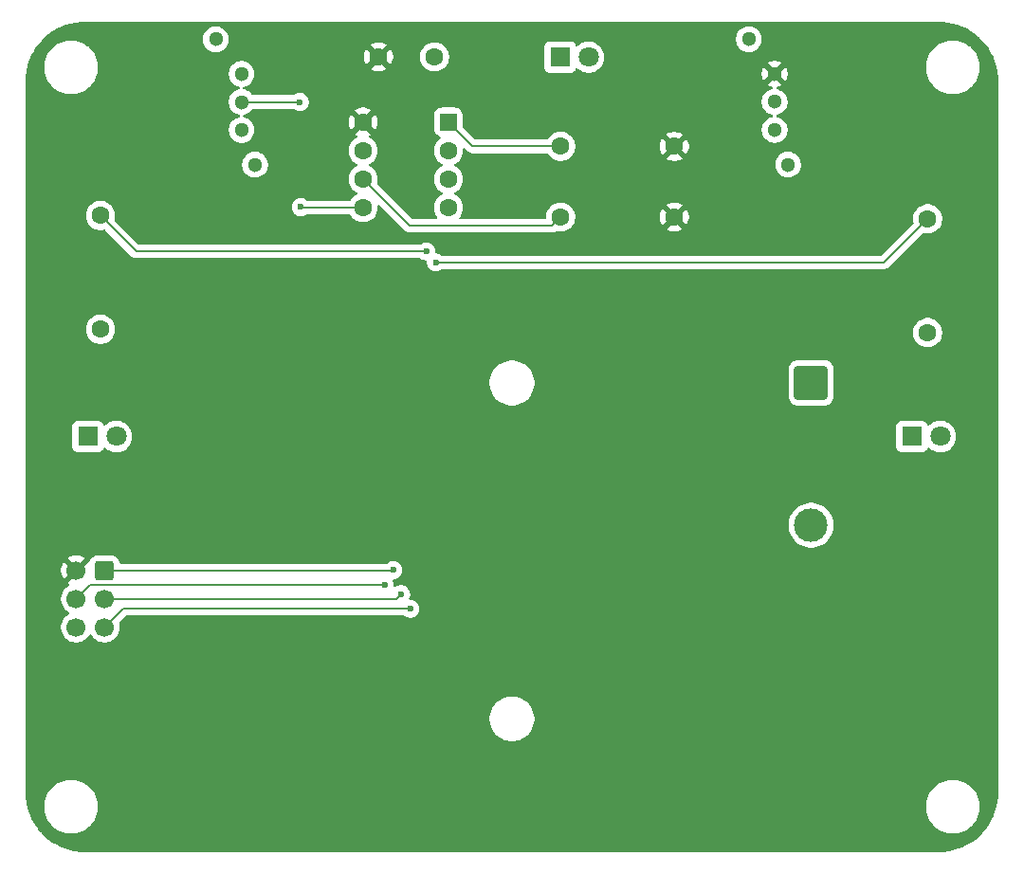
<source format=gbr>
%TF.GenerationSoftware,KiCad,Pcbnew,9.0.7-9.0.7~ubuntu24.04.1*%
%TF.CreationDate,2026-01-20T11:30:10-05:00*%
%TF.ProjectId,GS_Circuit,47535f43-6972-4637-9569-742e6b696361,rev?*%
%TF.SameCoordinates,Original*%
%TF.FileFunction,Copper,L1,Top*%
%TF.FilePolarity,Positive*%
%FSLAX46Y46*%
G04 Gerber Fmt 4.6, Leading zero omitted, Abs format (unit mm)*
G04 Created by KiCad (PCBNEW 9.0.7-9.0.7~ubuntu24.04.1) date 2026-01-20 11:30:10*
%MOMM*%
%LPD*%
G01*
G04 APERTURE LIST*
G04 Aperture macros list*
%AMRoundRect*
0 Rectangle with rounded corners*
0 $1 Rounding radius*
0 $2 $3 $4 $5 $6 $7 $8 $9 X,Y pos of 4 corners*
0 Add a 4 corners polygon primitive as box body*
4,1,4,$2,$3,$4,$5,$6,$7,$8,$9,$2,$3,0*
0 Add four circle primitives for the rounded corners*
1,1,$1+$1,$2,$3*
1,1,$1+$1,$4,$5*
1,1,$1+$1,$6,$7*
1,1,$1+$1,$8,$9*
0 Add four rect primitives between the rounded corners*
20,1,$1+$1,$2,$3,$4,$5,0*
20,1,$1+$1,$4,$5,$6,$7,0*
20,1,$1+$1,$6,$7,$8,$9,0*
20,1,$1+$1,$8,$9,$2,$3,0*%
G04 Aperture macros list end*
%TA.AperFunction,ComponentPad*%
%ADD10R,1.800000X1.800000*%
%TD*%
%TA.AperFunction,ComponentPad*%
%ADD11C,1.800000*%
%TD*%
%TA.AperFunction,WasherPad*%
%ADD12C,1.300000*%
%TD*%
%TA.AperFunction,ComponentPad*%
%ADD13C,1.300000*%
%TD*%
%TA.AperFunction,ComponentPad*%
%ADD14RoundRect,0.249999X1.250001X1.250001X-1.250001X1.250001X-1.250001X-1.250001X1.250001X-1.250001X0*%
%TD*%
%TA.AperFunction,ComponentPad*%
%ADD15C,3.000000*%
%TD*%
%TA.AperFunction,ComponentPad*%
%ADD16RoundRect,0.250000X0.550000X0.550000X-0.550000X0.550000X-0.550000X-0.550000X0.550000X-0.550000X0*%
%TD*%
%TA.AperFunction,ComponentPad*%
%ADD17C,1.600000*%
%TD*%
%TA.AperFunction,ComponentPad*%
%ADD18RoundRect,0.250000X0.600000X0.600000X-0.600000X0.600000X-0.600000X-0.600000X0.600000X-0.600000X0*%
%TD*%
%TA.AperFunction,ComponentPad*%
%ADD19C,1.700000*%
%TD*%
%TA.AperFunction,ViaPad*%
%ADD20C,0.600000*%
%TD*%
%TA.AperFunction,Conductor*%
%ADD21C,0.200000*%
%TD*%
G04 APERTURE END LIST*
D10*
%TO.P,D1,1,K*%
%TO.N,GND*%
X22150000Y-59960000D03*
D11*
%TO.P,D1,2,A*%
%TO.N,Net-(D1-A)*%
X24690000Y-59960000D03*
%TD*%
D10*
%TO.P,S1,1,K*%
%TO.N,/MISO*%
X64300000Y-26080000D03*
D11*
%TO.P,S1,2,A*%
%TO.N,GND*%
X66840000Y-26080000D03*
%TD*%
D12*
%TO.P,SW2,*%
%TO.N,*%
X84660000Y-35680000D03*
X81160000Y-24480000D03*
D13*
%TO.P,SW2,1,A*%
%TO.N,Net-(BT1-+)*%
X83460000Y-30080000D03*
%TO.P,SW2,2,B*%
%TO.N,VCC*%
X83460000Y-27580000D03*
%TO.P,SW2,3*%
%TO.N,N/C*%
X83460000Y-32580000D03*
%TD*%
D10*
%TO.P,D2,1,K*%
%TO.N,GND*%
X95725000Y-59960000D03*
D11*
%TO.P,D2,2,A*%
%TO.N,Net-(D2-A)*%
X98265000Y-59960000D03*
%TD*%
D12*
%TO.P,SW1,*%
%TO.N,*%
X37060000Y-35690000D03*
X33560000Y-24490000D03*
D13*
%TO.P,SW1,1,1*%
%TO.N,/MOSI*%
X35860000Y-30090000D03*
%TO.P,SW1,2,2*%
%TO.N,GND*%
X35860000Y-27590000D03*
%TO.P,SW1,3*%
%TO.N,N/C*%
X35860000Y-32590000D03*
%TD*%
D14*
%TO.P,BT1,1,+*%
%TO.N,Net-(BT1-+)*%
X86710000Y-55180000D03*
D15*
%TO.P,BT1,2,-*%
%TO.N,GND*%
X86710000Y-67880000D03*
%TD*%
D16*
%TO.P,U2,1,~{RESET}/PB5*%
%TO.N,/~{RST}*%
X54325000Y-31890000D03*
D17*
%TO.P,U2,2,XTAL1/PB3*%
%TO.N,Net-(U2-XTAL1{slash}PB3)*%
X54325000Y-34430000D03*
%TO.P,U2,3,XTAL2/PB4*%
%TO.N,Net-(U2-XTAL2{slash}PB4)*%
X54325000Y-36970000D03*
%TO.P,U2,4,GND*%
%TO.N,GND*%
X54325000Y-39510000D03*
%TO.P,U2,5,AREF/PB0*%
%TO.N,/MOSI*%
X46705000Y-39510000D03*
%TO.P,U2,6,PB1*%
%TO.N,/MISO*%
X46705000Y-36970000D03*
%TO.P,U2,7,PB2*%
%TO.N,/SCK*%
X46705000Y-34430000D03*
%TO.P,U2,8,VCC*%
%TO.N,VCC*%
X46705000Y-31890000D03*
%TD*%
%TO.P,R4,1*%
%TO.N,/~{RST}*%
X64350000Y-34060000D03*
%TO.P,R4,2*%
%TO.N,VCC*%
X74510000Y-34060000D03*
%TD*%
%TO.P,C1,1*%
%TO.N,VCC*%
X48090000Y-26050000D03*
%TO.P,C1,2*%
%TO.N,GND*%
X53090000Y-26050000D03*
%TD*%
%TO.P,R2,1*%
%TO.N,Net-(D2-A)*%
X97130000Y-50680000D03*
%TO.P,R2,2*%
%TO.N,Net-(U2-XTAL2{slash}PB4)*%
X97130000Y-40520000D03*
%TD*%
%TO.P,R3,1*%
%TO.N,VCC*%
X74510000Y-40360000D03*
%TO.P,R3,2*%
%TO.N,/MISO*%
X64350000Y-40360000D03*
%TD*%
%TO.P,R1,1*%
%TO.N,Net-(D1-A)*%
X23260000Y-50400000D03*
%TO.P,R1,2*%
%TO.N,Net-(U2-XTAL1{slash}PB3)*%
X23260000Y-40240000D03*
%TD*%
D18*
%TO.P,J1,1,MISO*%
%TO.N,/MISO*%
X23630000Y-71930000D03*
D19*
%TO.P,J1,2,VCC*%
%TO.N,VCC*%
X21090000Y-71930000D03*
%TO.P,J1,3,SCK*%
%TO.N,/SCK*%
X23630000Y-74470000D03*
%TO.P,J1,4,MOSI*%
%TO.N,/MOSI*%
X21090000Y-74470000D03*
%TO.P,J1,5,~{RST}*%
%TO.N,/~{RST}*%
X23630000Y-77010000D03*
%TO.P,J1,6,GND*%
%TO.N,GND*%
X21090000Y-77010000D03*
%TD*%
D20*
%TO.N,/MISO*%
X49400000Y-71900000D03*
%TO.N,/~{RST}*%
X50950000Y-75370000D03*
%TO.N,/SCK*%
X50110000Y-74040000D03*
%TO.N,/MOSI*%
X48640000Y-73210000D03*
X41070000Y-30090000D03*
X41140000Y-39480000D03*
%TO.N,Net-(U2-XTAL1{slash}PB3)*%
X52350000Y-43440000D03*
%TO.N,Net-(U2-XTAL2{slash}PB4)*%
X53210000Y-44420000D03*
%TD*%
D21*
%TO.N,VCC*%
X48090000Y-26050000D02*
X48060000Y-26050000D01*
X48010000Y-70460000D02*
X48100000Y-70460000D01*
X48060000Y-26050000D02*
X48000000Y-25990000D01*
%TO.N,/MISO*%
X64350000Y-40360000D02*
X63550001Y-41159999D01*
X47320000Y-71930000D02*
X47330000Y-71920000D01*
X23630000Y-71930000D02*
X47320000Y-71930000D01*
X63550001Y-41159999D02*
X50894999Y-41159999D01*
X47330000Y-71920000D02*
X49380000Y-71920000D01*
X49380000Y-71920000D02*
X49400000Y-71900000D01*
X50894999Y-41159999D02*
X46705000Y-36970000D01*
%TO.N,/~{RST}*%
X23630000Y-77010000D02*
X25270000Y-75370000D01*
X25270000Y-75370000D02*
X50950000Y-75370000D01*
X56495000Y-34060000D02*
X54325000Y-31890000D01*
X64350000Y-34060000D02*
X56495000Y-34060000D01*
%TO.N,/SCK*%
X23630000Y-74470000D02*
X49680000Y-74470000D01*
X49680000Y-74470000D02*
X50110000Y-74040000D01*
%TO.N,/MOSI*%
X41140000Y-39480000D02*
X41170000Y-39510000D01*
X35860000Y-30090000D02*
X41070000Y-30090000D01*
X22350000Y-73210000D02*
X48640000Y-73210000D01*
X41170000Y-39510000D02*
X46705000Y-39510000D01*
X21090000Y-74470000D02*
X22350000Y-73210000D01*
%TO.N,Net-(U2-XTAL1{slash}PB3)*%
X26460000Y-43440000D02*
X52350000Y-43440000D01*
X23260000Y-40240000D02*
X26460000Y-43440000D01*
%TO.N,Net-(U2-XTAL2{slash}PB4)*%
X93230000Y-44420000D02*
X53210000Y-44420000D01*
X53210000Y-44420000D02*
X53050000Y-44420000D01*
X97130000Y-40520000D02*
X93230000Y-44420000D01*
%TD*%
%TA.AperFunction,Conductor*%
%TO.N,VCC*%
G36*
X98102562Y-22916605D02*
G01*
X98535328Y-22934505D01*
X98545501Y-22935348D01*
X98972791Y-22988609D01*
X98982871Y-22990291D01*
X99404292Y-23078654D01*
X99414200Y-23081163D01*
X99826886Y-23204025D01*
X99836554Y-23207344D01*
X100147645Y-23328732D01*
X100237663Y-23363858D01*
X100247042Y-23367971D01*
X100633876Y-23557083D01*
X100642849Y-23561939D01*
X100925739Y-23730505D01*
X101012751Y-23782353D01*
X101021330Y-23787959D01*
X101371734Y-24038141D01*
X101379811Y-24044428D01*
X101681515Y-24299959D01*
X101708366Y-24322701D01*
X101715906Y-24329642D01*
X102020357Y-24634093D01*
X102027298Y-24641633D01*
X102278030Y-24937671D01*
X102305567Y-24970183D01*
X102311862Y-24978271D01*
X102562040Y-25328669D01*
X102567646Y-25337248D01*
X102680457Y-25526569D01*
X102748345Y-25640500D01*
X102788051Y-25707134D01*
X102792920Y-25716132D01*
X102842236Y-25817008D01*
X102982025Y-26102951D01*
X102986141Y-26112336D01*
X103142650Y-26513433D01*
X103145978Y-26523126D01*
X103268832Y-26935786D01*
X103271348Y-26945721D01*
X103359705Y-27367114D01*
X103361392Y-27377223D01*
X103414649Y-27804477D01*
X103415495Y-27814691D01*
X103433394Y-28247437D01*
X103433500Y-28252561D01*
X103433500Y-91747438D01*
X103433394Y-91752562D01*
X103415495Y-92185308D01*
X103414649Y-92195522D01*
X103361392Y-92622776D01*
X103359705Y-92632885D01*
X103271348Y-93054278D01*
X103268832Y-93064213D01*
X103145978Y-93476873D01*
X103142650Y-93486566D01*
X102986141Y-93887663D01*
X102982025Y-93897048D01*
X102792929Y-94283851D01*
X102788051Y-94292865D01*
X102567646Y-94662751D01*
X102562040Y-94671330D01*
X102311862Y-95021728D01*
X102305567Y-95029816D01*
X102027298Y-95358366D01*
X102020357Y-95365906D01*
X101715906Y-95670357D01*
X101708366Y-95677298D01*
X101379816Y-95955567D01*
X101371728Y-95961862D01*
X101021330Y-96212040D01*
X101012751Y-96217646D01*
X100642865Y-96438051D01*
X100633857Y-96442925D01*
X100511356Y-96502812D01*
X100247048Y-96632025D01*
X100237663Y-96636141D01*
X99836566Y-96792650D01*
X99826873Y-96795978D01*
X99414213Y-96918832D01*
X99404278Y-96921348D01*
X98982885Y-97009705D01*
X98972776Y-97011392D01*
X98545522Y-97064649D01*
X98535308Y-97065495D01*
X98102563Y-97083394D01*
X98097439Y-97083500D01*
X21902561Y-97083500D01*
X21897437Y-97083394D01*
X21464691Y-97065495D01*
X21454477Y-97064649D01*
X21027223Y-97011392D01*
X21017114Y-97009705D01*
X20595721Y-96921348D01*
X20585786Y-96918832D01*
X20173126Y-96795978D01*
X20163433Y-96792650D01*
X19762336Y-96636141D01*
X19752951Y-96632025D01*
X19662031Y-96587577D01*
X19366132Y-96442920D01*
X19357141Y-96438055D01*
X19176569Y-96330457D01*
X18987248Y-96217646D01*
X18978669Y-96212040D01*
X18628271Y-95961862D01*
X18620183Y-95955567D01*
X18291633Y-95677298D01*
X18284093Y-95670357D01*
X17979642Y-95365906D01*
X17972701Y-95358366D01*
X17948943Y-95330315D01*
X17694428Y-95029811D01*
X17688137Y-95021728D01*
X17658942Y-94980838D01*
X17437959Y-94671330D01*
X17432353Y-94662751D01*
X17282514Y-94411289D01*
X17211939Y-94292849D01*
X17207083Y-94283876D01*
X17017971Y-93897042D01*
X17013858Y-93887663D01*
X16978732Y-93797645D01*
X16857344Y-93486554D01*
X16854025Y-93476886D01*
X16731163Y-93064200D01*
X16728654Y-93054292D01*
X16693196Y-92885186D01*
X18229500Y-92885186D01*
X18229500Y-93154813D01*
X18259686Y-93422719D01*
X18259687Y-93422728D01*
X18259688Y-93422732D01*
X18274258Y-93486566D01*
X18319684Y-93685594D01*
X18319687Y-93685602D01*
X18408734Y-93940082D01*
X18525714Y-94182994D01*
X18525716Y-94182997D01*
X18669162Y-94411289D01*
X18837266Y-94622085D01*
X19027915Y-94812734D01*
X19238711Y-94980838D01*
X19467003Y-95124284D01*
X19709921Y-95241267D01*
X19901049Y-95308145D01*
X19964397Y-95330312D01*
X19964405Y-95330315D01*
X19964408Y-95330315D01*
X19964409Y-95330316D01*
X20227268Y-95390312D01*
X20495187Y-95420499D01*
X20495188Y-95420500D01*
X20495191Y-95420500D01*
X20764812Y-95420500D01*
X20764812Y-95420499D01*
X21032732Y-95390312D01*
X21295591Y-95330316D01*
X21550079Y-95241267D01*
X21792997Y-95124284D01*
X22021289Y-94980838D01*
X22232085Y-94812734D01*
X22422734Y-94622085D01*
X22590838Y-94411289D01*
X22734284Y-94182997D01*
X22851267Y-93940079D01*
X22940316Y-93685591D01*
X23000312Y-93422732D01*
X23030500Y-93154809D01*
X23030500Y-92885191D01*
X23030499Y-92885186D01*
X96969500Y-92885186D01*
X96969500Y-93154813D01*
X96999686Y-93422719D01*
X96999687Y-93422728D01*
X96999688Y-93422732D01*
X97014258Y-93486566D01*
X97059684Y-93685594D01*
X97059687Y-93685602D01*
X97148734Y-93940082D01*
X97265714Y-94182994D01*
X97265716Y-94182997D01*
X97409162Y-94411289D01*
X97577266Y-94622085D01*
X97767915Y-94812734D01*
X97978711Y-94980838D01*
X98207003Y-95124284D01*
X98449921Y-95241267D01*
X98641049Y-95308145D01*
X98704397Y-95330312D01*
X98704405Y-95330315D01*
X98704408Y-95330315D01*
X98704409Y-95330316D01*
X98967268Y-95390312D01*
X99235187Y-95420499D01*
X99235188Y-95420500D01*
X99235191Y-95420500D01*
X99504812Y-95420500D01*
X99504812Y-95420499D01*
X99772732Y-95390312D01*
X100035591Y-95330316D01*
X100290079Y-95241267D01*
X100532997Y-95124284D01*
X100761289Y-94980838D01*
X100972085Y-94812734D01*
X101162734Y-94622085D01*
X101330838Y-94411289D01*
X101474284Y-94182997D01*
X101591267Y-93940079D01*
X101680316Y-93685591D01*
X101740312Y-93422732D01*
X101770500Y-93154809D01*
X101770500Y-92885191D01*
X101740312Y-92617268D01*
X101680316Y-92354409D01*
X101591267Y-92099921D01*
X101474284Y-91857003D01*
X101330838Y-91628711D01*
X101162734Y-91417915D01*
X100972085Y-91227266D01*
X100761289Y-91059162D01*
X100532997Y-90915716D01*
X100532994Y-90915714D01*
X100290082Y-90798734D01*
X100035602Y-90709687D01*
X100035594Y-90709684D01*
X99838446Y-90664687D01*
X99772732Y-90649688D01*
X99772728Y-90649687D01*
X99772719Y-90649686D01*
X99504813Y-90619500D01*
X99504809Y-90619500D01*
X99235191Y-90619500D01*
X99235186Y-90619500D01*
X98967280Y-90649686D01*
X98967268Y-90649688D01*
X98704405Y-90709684D01*
X98704397Y-90709687D01*
X98449917Y-90798734D01*
X98207005Y-90915714D01*
X97978712Y-91059161D01*
X97767915Y-91227265D01*
X97577265Y-91417915D01*
X97409161Y-91628712D01*
X97265714Y-91857005D01*
X97148734Y-92099917D01*
X97059687Y-92354397D01*
X97059684Y-92354405D01*
X96999688Y-92617268D01*
X96999686Y-92617280D01*
X96969500Y-92885186D01*
X23030499Y-92885186D01*
X23000312Y-92617268D01*
X22940316Y-92354409D01*
X22851267Y-92099921D01*
X22734284Y-91857003D01*
X22590838Y-91628711D01*
X22422734Y-91417915D01*
X22232085Y-91227266D01*
X22021289Y-91059162D01*
X21792997Y-90915716D01*
X21792994Y-90915714D01*
X21550082Y-90798734D01*
X21295602Y-90709687D01*
X21295594Y-90709684D01*
X21098446Y-90664687D01*
X21032732Y-90649688D01*
X21032728Y-90649687D01*
X21032719Y-90649686D01*
X20764813Y-90619500D01*
X20764809Y-90619500D01*
X20495191Y-90619500D01*
X20495186Y-90619500D01*
X20227280Y-90649686D01*
X20227268Y-90649688D01*
X19964405Y-90709684D01*
X19964397Y-90709687D01*
X19709917Y-90798734D01*
X19467005Y-90915714D01*
X19238712Y-91059161D01*
X19027915Y-91227265D01*
X18837265Y-91417915D01*
X18669161Y-91628712D01*
X18525714Y-91857005D01*
X18408734Y-92099917D01*
X18319687Y-92354397D01*
X18319684Y-92354405D01*
X18259688Y-92617268D01*
X18259686Y-92617280D01*
X18229500Y-92885186D01*
X16693196Y-92885186D01*
X16640291Y-92632871D01*
X16638609Y-92622791D01*
X16585348Y-92195501D01*
X16584505Y-92185328D01*
X16566606Y-91752562D01*
X16566500Y-91747438D01*
X16566500Y-85048872D01*
X58009500Y-85048872D01*
X58009500Y-85311127D01*
X58036123Y-85513339D01*
X58043730Y-85571116D01*
X58111602Y-85824418D01*
X58111605Y-85824428D01*
X58211953Y-86066690D01*
X58211958Y-86066700D01*
X58343075Y-86293803D01*
X58502718Y-86501851D01*
X58502726Y-86501860D01*
X58688140Y-86687274D01*
X58688148Y-86687281D01*
X58896196Y-86846924D01*
X59123299Y-86978041D01*
X59123309Y-86978046D01*
X59365571Y-87078394D01*
X59365581Y-87078398D01*
X59618884Y-87146270D01*
X59878880Y-87180500D01*
X59878887Y-87180500D01*
X60141113Y-87180500D01*
X60141120Y-87180500D01*
X60401116Y-87146270D01*
X60654419Y-87078398D01*
X60896697Y-86978043D01*
X61123803Y-86846924D01*
X61331851Y-86687282D01*
X61331855Y-86687277D01*
X61331860Y-86687274D01*
X61517274Y-86501860D01*
X61517277Y-86501855D01*
X61517282Y-86501851D01*
X61676924Y-86293803D01*
X61808043Y-86066697D01*
X61908398Y-85824419D01*
X61976270Y-85571116D01*
X62010500Y-85311120D01*
X62010500Y-85048880D01*
X61976270Y-84788884D01*
X61908398Y-84535581D01*
X61908394Y-84535571D01*
X61808046Y-84293309D01*
X61808041Y-84293299D01*
X61676924Y-84066196D01*
X61517281Y-83858148D01*
X61517274Y-83858140D01*
X61331860Y-83672726D01*
X61331851Y-83672718D01*
X61123803Y-83513075D01*
X60896700Y-83381958D01*
X60896690Y-83381953D01*
X60654428Y-83281605D01*
X60654421Y-83281603D01*
X60654419Y-83281602D01*
X60401116Y-83213730D01*
X60343339Y-83206123D01*
X60141127Y-83179500D01*
X60141120Y-83179500D01*
X59878880Y-83179500D01*
X59878872Y-83179500D01*
X59647772Y-83209926D01*
X59618884Y-83213730D01*
X59365581Y-83281602D01*
X59365571Y-83281605D01*
X59123309Y-83381953D01*
X59123299Y-83381958D01*
X58896196Y-83513075D01*
X58688148Y-83672718D01*
X58502718Y-83858148D01*
X58343075Y-84066196D01*
X58211958Y-84293299D01*
X58211953Y-84293309D01*
X58111605Y-84535571D01*
X58111602Y-84535581D01*
X58043730Y-84788885D01*
X58009500Y-85048872D01*
X16566500Y-85048872D01*
X16566500Y-74363713D01*
X19739500Y-74363713D01*
X19739500Y-74576287D01*
X19743298Y-74600264D01*
X19766730Y-74748213D01*
X19772754Y-74786243D01*
X19796625Y-74859711D01*
X19838444Y-74988414D01*
X19934951Y-75177820D01*
X20059890Y-75349786D01*
X20210213Y-75500109D01*
X20382182Y-75625050D01*
X20390946Y-75629516D01*
X20441742Y-75677491D01*
X20458536Y-75745312D01*
X20435998Y-75811447D01*
X20390946Y-75850484D01*
X20382182Y-75854949D01*
X20210213Y-75979890D01*
X20059890Y-76130213D01*
X19934951Y-76302179D01*
X19838444Y-76491585D01*
X19772753Y-76693760D01*
X19739500Y-76903713D01*
X19739500Y-77116286D01*
X19772753Y-77326239D01*
X19838444Y-77528414D01*
X19934951Y-77717820D01*
X20059890Y-77889786D01*
X20210213Y-78040109D01*
X20382179Y-78165048D01*
X20382181Y-78165049D01*
X20382184Y-78165051D01*
X20571588Y-78261557D01*
X20773757Y-78327246D01*
X20983713Y-78360500D01*
X20983714Y-78360500D01*
X21196286Y-78360500D01*
X21196287Y-78360500D01*
X21406243Y-78327246D01*
X21608412Y-78261557D01*
X21797816Y-78165051D01*
X21819789Y-78149086D01*
X21969786Y-78040109D01*
X21969788Y-78040106D01*
X21969792Y-78040104D01*
X22120104Y-77889792D01*
X22120106Y-77889788D01*
X22120109Y-77889786D01*
X22245048Y-77717820D01*
X22245047Y-77717820D01*
X22245051Y-77717816D01*
X22249514Y-77709054D01*
X22297488Y-77658259D01*
X22365308Y-77641463D01*
X22431444Y-77663999D01*
X22470486Y-77709056D01*
X22474951Y-77717820D01*
X22599890Y-77889786D01*
X22750213Y-78040109D01*
X22922179Y-78165048D01*
X22922181Y-78165049D01*
X22922184Y-78165051D01*
X23111588Y-78261557D01*
X23313757Y-78327246D01*
X23523713Y-78360500D01*
X23523714Y-78360500D01*
X23736286Y-78360500D01*
X23736287Y-78360500D01*
X23946243Y-78327246D01*
X24148412Y-78261557D01*
X24337816Y-78165051D01*
X24359789Y-78149086D01*
X24509786Y-78040109D01*
X24509788Y-78040106D01*
X24509792Y-78040104D01*
X24660104Y-77889792D01*
X24660106Y-77889788D01*
X24660109Y-77889786D01*
X24785048Y-77717820D01*
X24785047Y-77717820D01*
X24785051Y-77717816D01*
X24881557Y-77528412D01*
X24947246Y-77326243D01*
X24980500Y-77116287D01*
X24980500Y-76903713D01*
X24947246Y-76693757D01*
X24933506Y-76651473D01*
X24931512Y-76581635D01*
X24963755Y-76525478D01*
X25482416Y-76006819D01*
X25543739Y-75973334D01*
X25570097Y-75970500D01*
X50370234Y-75970500D01*
X50437273Y-75990185D01*
X50439125Y-75991398D01*
X50570814Y-76079390D01*
X50570827Y-76079397D01*
X50693510Y-76130213D01*
X50716503Y-76139737D01*
X50871153Y-76170499D01*
X50871156Y-76170500D01*
X50871158Y-76170500D01*
X51028844Y-76170500D01*
X51028845Y-76170499D01*
X51183497Y-76139737D01*
X51329179Y-76079394D01*
X51460289Y-75991789D01*
X51571789Y-75880289D01*
X51659394Y-75749179D01*
X51719737Y-75603497D01*
X51750500Y-75448842D01*
X51750500Y-75291158D01*
X51750500Y-75291155D01*
X51750499Y-75291153D01*
X51719737Y-75136503D01*
X51705223Y-75101463D01*
X51659397Y-74990827D01*
X51659390Y-74990814D01*
X51571789Y-74859711D01*
X51571786Y-74859707D01*
X51460292Y-74748213D01*
X51460288Y-74748210D01*
X51329185Y-74660609D01*
X51329172Y-74660602D01*
X51183501Y-74600264D01*
X51183489Y-74600261D01*
X51028845Y-74569500D01*
X51028842Y-74569500D01*
X50942708Y-74569500D01*
X50875669Y-74549815D01*
X50829914Y-74497011D01*
X50819970Y-74427853D01*
X50828147Y-74398048D01*
X50879735Y-74273501D01*
X50879737Y-74273497D01*
X50910500Y-74118842D01*
X50910500Y-73961158D01*
X50910500Y-73961155D01*
X50910499Y-73961153D01*
X50892268Y-73869500D01*
X50879737Y-73806503D01*
X50861378Y-73762179D01*
X50819397Y-73660827D01*
X50819390Y-73660814D01*
X50731789Y-73529711D01*
X50731786Y-73529707D01*
X50620292Y-73418213D01*
X50620288Y-73418210D01*
X50489185Y-73330609D01*
X50489172Y-73330602D01*
X50343501Y-73270264D01*
X50343489Y-73270261D01*
X50188845Y-73239500D01*
X50188842Y-73239500D01*
X50031158Y-73239500D01*
X50031155Y-73239500D01*
X49876510Y-73270261D01*
X49876498Y-73270264D01*
X49730827Y-73330602D01*
X49730814Y-73330609D01*
X49633391Y-73395706D01*
X49566713Y-73416584D01*
X49499333Y-73398099D01*
X49452643Y-73346121D01*
X49440500Y-73292604D01*
X49440500Y-73131155D01*
X49440499Y-73131153D01*
X49431244Y-73084626D01*
X49409737Y-72976503D01*
X49366430Y-72871952D01*
X49358962Y-72802483D01*
X49390237Y-72740004D01*
X49450326Y-72704352D01*
X49472824Y-72701525D01*
X49472782Y-72701097D01*
X49478836Y-72700500D01*
X49478842Y-72700500D01*
X49633497Y-72669737D01*
X49779179Y-72609394D01*
X49910289Y-72521789D01*
X50021789Y-72410289D01*
X50109394Y-72279179D01*
X50169737Y-72133497D01*
X50200500Y-71978842D01*
X50200500Y-71821158D01*
X50200500Y-71821155D01*
X50200499Y-71821153D01*
X50169738Y-71666510D01*
X50169737Y-71666503D01*
X50147937Y-71613872D01*
X50109397Y-71520827D01*
X50109390Y-71520814D01*
X50021789Y-71389711D01*
X50021786Y-71389707D01*
X49910292Y-71278213D01*
X49910288Y-71278210D01*
X49779185Y-71190609D01*
X49779172Y-71190602D01*
X49633501Y-71130264D01*
X49633489Y-71130261D01*
X49478845Y-71099500D01*
X49478842Y-71099500D01*
X49321158Y-71099500D01*
X49321155Y-71099500D01*
X49166510Y-71130261D01*
X49166498Y-71130264D01*
X49020827Y-71190602D01*
X49020814Y-71190609D01*
X48889711Y-71278210D01*
X48889707Y-71278213D01*
X48884740Y-71283181D01*
X48823417Y-71316666D01*
X48797059Y-71319500D01*
X47409057Y-71319500D01*
X47250943Y-71319500D01*
X47229389Y-71325275D01*
X47197298Y-71329500D01*
X25097535Y-71329500D01*
X25030496Y-71309815D01*
X24984741Y-71257011D01*
X24974177Y-71218102D01*
X24971368Y-71190606D01*
X24969999Y-71177203D01*
X24914814Y-71010666D01*
X24822712Y-70861344D01*
X24698656Y-70737288D01*
X24549334Y-70645186D01*
X24382797Y-70590001D01*
X24382795Y-70590000D01*
X24280010Y-70579500D01*
X22979998Y-70579500D01*
X22979981Y-70579501D01*
X22877203Y-70590000D01*
X22877200Y-70590001D01*
X22710668Y-70645185D01*
X22710663Y-70645187D01*
X22561342Y-70737289D01*
X22437289Y-70861342D01*
X22345187Y-71010663D01*
X22345186Y-71010666D01*
X22321293Y-71082771D01*
X22281520Y-71140215D01*
X22217004Y-71167038D01*
X22206354Y-71167197D01*
X21572962Y-71800590D01*
X21555925Y-71737007D01*
X21490099Y-71622993D01*
X21397007Y-71529901D01*
X21282993Y-71464075D01*
X21219409Y-71447037D01*
X21851716Y-70814728D01*
X21797550Y-70775375D01*
X21608217Y-70678904D01*
X21406129Y-70613242D01*
X21196246Y-70580000D01*
X20983754Y-70580000D01*
X20773872Y-70613242D01*
X20773869Y-70613242D01*
X20571782Y-70678904D01*
X20382439Y-70775380D01*
X20328282Y-70814727D01*
X20328282Y-70814728D01*
X20960591Y-71447037D01*
X20897007Y-71464075D01*
X20782993Y-71529901D01*
X20689901Y-71622993D01*
X20624075Y-71737007D01*
X20607037Y-71800591D01*
X19974728Y-71168282D01*
X19974727Y-71168282D01*
X19935380Y-71222439D01*
X19838904Y-71411782D01*
X19773242Y-71613869D01*
X19773242Y-71613872D01*
X19740000Y-71823753D01*
X19740000Y-72036246D01*
X19773242Y-72246127D01*
X19773242Y-72246130D01*
X19838904Y-72448217D01*
X19935375Y-72637550D01*
X19974728Y-72691716D01*
X20607037Y-72059408D01*
X20624075Y-72122993D01*
X20689901Y-72237007D01*
X20782993Y-72330099D01*
X20897007Y-72395925D01*
X20960590Y-72412962D01*
X20328282Y-73045269D01*
X20328282Y-73045270D01*
X20382452Y-73084626D01*
X20382451Y-73084626D01*
X20391495Y-73089234D01*
X20442292Y-73137208D01*
X20459087Y-73205029D01*
X20436550Y-73271164D01*
X20391499Y-73310202D01*
X20382182Y-73314949D01*
X20210213Y-73439890D01*
X20059890Y-73590213D01*
X19934951Y-73762179D01*
X19838444Y-73951585D01*
X19838443Y-73951587D01*
X19838443Y-73951588D01*
X19835334Y-73961158D01*
X19772753Y-74153760D01*
X19753790Y-74273489D01*
X19739500Y-74363713D01*
X16566500Y-74363713D01*
X16566500Y-67748872D01*
X84709500Y-67748872D01*
X84709500Y-68011127D01*
X84736123Y-68213339D01*
X84743730Y-68271116D01*
X84811602Y-68524418D01*
X84811605Y-68524428D01*
X84911953Y-68766690D01*
X84911958Y-68766700D01*
X85043075Y-68993803D01*
X85202718Y-69201851D01*
X85202726Y-69201860D01*
X85388140Y-69387274D01*
X85388148Y-69387281D01*
X85596196Y-69546924D01*
X85823299Y-69678041D01*
X85823309Y-69678046D01*
X86065571Y-69778394D01*
X86065581Y-69778398D01*
X86318884Y-69846270D01*
X86578880Y-69880500D01*
X86578887Y-69880500D01*
X86841113Y-69880500D01*
X86841120Y-69880500D01*
X87101116Y-69846270D01*
X87354419Y-69778398D01*
X87596697Y-69678043D01*
X87823803Y-69546924D01*
X88031851Y-69387282D01*
X88031855Y-69387277D01*
X88031860Y-69387274D01*
X88217274Y-69201860D01*
X88217277Y-69201855D01*
X88217282Y-69201851D01*
X88376924Y-68993803D01*
X88508043Y-68766697D01*
X88608398Y-68524419D01*
X88676270Y-68271116D01*
X88710500Y-68011120D01*
X88710500Y-67748880D01*
X88676270Y-67488884D01*
X88608398Y-67235581D01*
X88608394Y-67235571D01*
X88508046Y-66993309D01*
X88508041Y-66993299D01*
X88376924Y-66766196D01*
X88217281Y-66558148D01*
X88217274Y-66558140D01*
X88031860Y-66372726D01*
X88031851Y-66372718D01*
X87823803Y-66213075D01*
X87596700Y-66081958D01*
X87596690Y-66081953D01*
X87354428Y-65981605D01*
X87354421Y-65981603D01*
X87354419Y-65981602D01*
X87101116Y-65913730D01*
X87043339Y-65906123D01*
X86841127Y-65879500D01*
X86841120Y-65879500D01*
X86578880Y-65879500D01*
X86578872Y-65879500D01*
X86347772Y-65909926D01*
X86318884Y-65913730D01*
X86065581Y-65981602D01*
X86065571Y-65981605D01*
X85823309Y-66081953D01*
X85823299Y-66081958D01*
X85596196Y-66213075D01*
X85388148Y-66372718D01*
X85202718Y-66558148D01*
X85043075Y-66766196D01*
X84911958Y-66993299D01*
X84911953Y-66993309D01*
X84811605Y-67235571D01*
X84811602Y-67235581D01*
X84743730Y-67488885D01*
X84709500Y-67748872D01*
X16566500Y-67748872D01*
X16566500Y-59012135D01*
X20749500Y-59012135D01*
X20749500Y-60907870D01*
X20749501Y-60907876D01*
X20755908Y-60967483D01*
X20806202Y-61102328D01*
X20806206Y-61102335D01*
X20892452Y-61217544D01*
X20892455Y-61217547D01*
X21007664Y-61303793D01*
X21007671Y-61303797D01*
X21142517Y-61354091D01*
X21142516Y-61354091D01*
X21149444Y-61354835D01*
X21202127Y-61360500D01*
X23097872Y-61360499D01*
X23157483Y-61354091D01*
X23292331Y-61303796D01*
X23407546Y-61217546D01*
X23493796Y-61102331D01*
X23521429Y-61028243D01*
X23523601Y-61022420D01*
X23565471Y-60966486D01*
X23630936Y-60942068D01*
X23699209Y-60956919D01*
X23727464Y-60978071D01*
X23777636Y-61028243D01*
X23777641Y-61028247D01*
X23879603Y-61102326D01*
X23955978Y-61157815D01*
X24084375Y-61223237D01*
X24152393Y-61257895D01*
X24152396Y-61257896D01*
X24257221Y-61291955D01*
X24362049Y-61326015D01*
X24579778Y-61360500D01*
X24579779Y-61360500D01*
X24800221Y-61360500D01*
X24800222Y-61360500D01*
X25017951Y-61326015D01*
X25227606Y-61257895D01*
X25424022Y-61157815D01*
X25602365Y-61028242D01*
X25758242Y-60872365D01*
X25887815Y-60694022D01*
X25987895Y-60497606D01*
X26056015Y-60287951D01*
X26090500Y-60070222D01*
X26090500Y-59849778D01*
X26056015Y-59632049D01*
X25987895Y-59422394D01*
X25987895Y-59422393D01*
X25953237Y-59354375D01*
X25887815Y-59225978D01*
X25829501Y-59145715D01*
X25782986Y-59081691D01*
X25758247Y-59047641D01*
X25758243Y-59047636D01*
X25722742Y-59012135D01*
X94324500Y-59012135D01*
X94324500Y-60907870D01*
X94324501Y-60907876D01*
X94330908Y-60967483D01*
X94381202Y-61102328D01*
X94381206Y-61102335D01*
X94467452Y-61217544D01*
X94467455Y-61217547D01*
X94582664Y-61303793D01*
X94582671Y-61303797D01*
X94717517Y-61354091D01*
X94717516Y-61354091D01*
X94724444Y-61354835D01*
X94777127Y-61360500D01*
X96672872Y-61360499D01*
X96732483Y-61354091D01*
X96867331Y-61303796D01*
X96982546Y-61217546D01*
X97068796Y-61102331D01*
X97096429Y-61028243D01*
X97098601Y-61022420D01*
X97140471Y-60966486D01*
X97205936Y-60942068D01*
X97274209Y-60956919D01*
X97302464Y-60978071D01*
X97352636Y-61028243D01*
X97352641Y-61028247D01*
X97454603Y-61102326D01*
X97530978Y-61157815D01*
X97659375Y-61223237D01*
X97727393Y-61257895D01*
X97727396Y-61257896D01*
X97832221Y-61291955D01*
X97937049Y-61326015D01*
X98154778Y-61360500D01*
X98154779Y-61360500D01*
X98375221Y-61360500D01*
X98375222Y-61360500D01*
X98592951Y-61326015D01*
X98802606Y-61257895D01*
X98999022Y-61157815D01*
X99177365Y-61028242D01*
X99333242Y-60872365D01*
X99462815Y-60694022D01*
X99562895Y-60497606D01*
X99631015Y-60287951D01*
X99665500Y-60070222D01*
X99665500Y-59849778D01*
X99631015Y-59632049D01*
X99562895Y-59422394D01*
X99562895Y-59422393D01*
X99528237Y-59354375D01*
X99462815Y-59225978D01*
X99357985Y-59081691D01*
X99333247Y-59047641D01*
X99333243Y-59047636D01*
X99177363Y-58891756D01*
X99177358Y-58891752D01*
X98999025Y-58762187D01*
X98999024Y-58762186D01*
X98999022Y-58762185D01*
X98881791Y-58702452D01*
X98802606Y-58662104D01*
X98802603Y-58662103D01*
X98592952Y-58593985D01*
X98484086Y-58576742D01*
X98375222Y-58559500D01*
X98154778Y-58559500D01*
X98082201Y-58570995D01*
X97937047Y-58593985D01*
X97727396Y-58662103D01*
X97727393Y-58662104D01*
X97530974Y-58762187D01*
X97352641Y-58891752D01*
X97352636Y-58891756D01*
X97302463Y-58941929D01*
X97241140Y-58975413D01*
X97171448Y-58970428D01*
X97115515Y-58928557D01*
X97098601Y-58897580D01*
X97068797Y-58817671D01*
X97068793Y-58817664D01*
X96982547Y-58702455D01*
X96982544Y-58702452D01*
X96867335Y-58616206D01*
X96867328Y-58616202D01*
X96732482Y-58565908D01*
X96732483Y-58565908D01*
X96672883Y-58559501D01*
X96672881Y-58559500D01*
X96672873Y-58559500D01*
X96672864Y-58559500D01*
X94777129Y-58559500D01*
X94777123Y-58559501D01*
X94717516Y-58565908D01*
X94582671Y-58616202D01*
X94582664Y-58616206D01*
X94467455Y-58702452D01*
X94467452Y-58702455D01*
X94381206Y-58817664D01*
X94381202Y-58817671D01*
X94330908Y-58952517D01*
X94324501Y-59012116D01*
X94324500Y-59012135D01*
X25722742Y-59012135D01*
X25602363Y-58891756D01*
X25602358Y-58891752D01*
X25424025Y-58762187D01*
X25424024Y-58762186D01*
X25424022Y-58762185D01*
X25306791Y-58702452D01*
X25227606Y-58662104D01*
X25227603Y-58662103D01*
X25017952Y-58593985D01*
X24909086Y-58576742D01*
X24800222Y-58559500D01*
X24579778Y-58559500D01*
X24507201Y-58570995D01*
X24362047Y-58593985D01*
X24152396Y-58662103D01*
X24152393Y-58662104D01*
X23955974Y-58762187D01*
X23777641Y-58891752D01*
X23777636Y-58891756D01*
X23727463Y-58941929D01*
X23666140Y-58975413D01*
X23596448Y-58970428D01*
X23540515Y-58928557D01*
X23523601Y-58897580D01*
X23493797Y-58817671D01*
X23493793Y-58817664D01*
X23407547Y-58702455D01*
X23407544Y-58702452D01*
X23292335Y-58616206D01*
X23292328Y-58616202D01*
X23157482Y-58565908D01*
X23157483Y-58565908D01*
X23097883Y-58559501D01*
X23097881Y-58559500D01*
X23097873Y-58559500D01*
X23097864Y-58559500D01*
X21202129Y-58559500D01*
X21202123Y-58559501D01*
X21142516Y-58565908D01*
X21007671Y-58616202D01*
X21007664Y-58616206D01*
X20892455Y-58702452D01*
X20892452Y-58702455D01*
X20806206Y-58817664D01*
X20806202Y-58817671D01*
X20755908Y-58952517D01*
X20749501Y-59012116D01*
X20749500Y-59012135D01*
X16566500Y-59012135D01*
X16566500Y-55048872D01*
X58009500Y-55048872D01*
X58009500Y-55311127D01*
X58036123Y-55513339D01*
X58043730Y-55571116D01*
X58111602Y-55824418D01*
X58111605Y-55824428D01*
X58211953Y-56066690D01*
X58211958Y-56066700D01*
X58343075Y-56293803D01*
X58502718Y-56501851D01*
X58502726Y-56501860D01*
X58688140Y-56687274D01*
X58688148Y-56687281D01*
X58896196Y-56846924D01*
X59123299Y-56978041D01*
X59123309Y-56978046D01*
X59365571Y-57078394D01*
X59365581Y-57078398D01*
X59618884Y-57146270D01*
X59878880Y-57180500D01*
X59878887Y-57180500D01*
X60141113Y-57180500D01*
X60141120Y-57180500D01*
X60401116Y-57146270D01*
X60654419Y-57078398D01*
X60896697Y-56978043D01*
X61123803Y-56846924D01*
X61331851Y-56687282D01*
X61331855Y-56687277D01*
X61331860Y-56687274D01*
X61517274Y-56501860D01*
X61517277Y-56501855D01*
X61517282Y-56501851D01*
X61676924Y-56293803D01*
X61808043Y-56066697D01*
X61908398Y-55824419D01*
X61976270Y-55571116D01*
X62010500Y-55311120D01*
X62010500Y-55048880D01*
X61976270Y-54788884D01*
X61908398Y-54535581D01*
X61908394Y-54535571D01*
X61808046Y-54293309D01*
X61808041Y-54293299D01*
X61676927Y-54066201D01*
X61589542Y-53952320D01*
X61589540Y-53952317D01*
X61534035Y-53879982D01*
X84709500Y-53879982D01*
X84709500Y-56480017D01*
X84720000Y-56582796D01*
X84720001Y-56582798D01*
X84775186Y-56749335D01*
X84867288Y-56898656D01*
X84991344Y-57022712D01*
X85140665Y-57114814D01*
X85307202Y-57169999D01*
X85409990Y-57180500D01*
X85409995Y-57180500D01*
X88010005Y-57180500D01*
X88010010Y-57180500D01*
X88112798Y-57169999D01*
X88279335Y-57114814D01*
X88428656Y-57022712D01*
X88552712Y-56898656D01*
X88644814Y-56749335D01*
X88699999Y-56582798D01*
X88710500Y-56480010D01*
X88710500Y-53879990D01*
X88699999Y-53777202D01*
X88644814Y-53610665D01*
X88552712Y-53461344D01*
X88428656Y-53337288D01*
X88279335Y-53245186D01*
X88112798Y-53190001D01*
X88112796Y-53190000D01*
X88010017Y-53179500D01*
X88010010Y-53179500D01*
X85409990Y-53179500D01*
X85409982Y-53179500D01*
X85307203Y-53190000D01*
X85307202Y-53190001D01*
X85235593Y-53213730D01*
X85140667Y-53245185D01*
X85140662Y-53245187D01*
X84991342Y-53337289D01*
X84867289Y-53461342D01*
X84775187Y-53610662D01*
X84775186Y-53610665D01*
X84720001Y-53777202D01*
X84720001Y-53777203D01*
X84720000Y-53777203D01*
X84709500Y-53879982D01*
X61534035Y-53879982D01*
X61517281Y-53858148D01*
X61517274Y-53858140D01*
X61331860Y-53672726D01*
X61331851Y-53672718D01*
X61123803Y-53513075D01*
X60896700Y-53381958D01*
X60896690Y-53381953D01*
X60654428Y-53281605D01*
X60654421Y-53281603D01*
X60654419Y-53281602D01*
X60401116Y-53213730D01*
X60343339Y-53206123D01*
X60141127Y-53179500D01*
X60141120Y-53179500D01*
X59878880Y-53179500D01*
X59878872Y-53179500D01*
X59647772Y-53209926D01*
X59618884Y-53213730D01*
X59365581Y-53281602D01*
X59365571Y-53281605D01*
X59123309Y-53381953D01*
X59123299Y-53381958D01*
X58896196Y-53513075D01*
X58688148Y-53672718D01*
X58502718Y-53858148D01*
X58343075Y-54066196D01*
X58211958Y-54293299D01*
X58211953Y-54293309D01*
X58111605Y-54535571D01*
X58111602Y-54535581D01*
X58043730Y-54788885D01*
X58009500Y-55048872D01*
X16566500Y-55048872D01*
X16566500Y-50297648D01*
X21959500Y-50297648D01*
X21959500Y-50502351D01*
X21991522Y-50704534D01*
X22054781Y-50899223D01*
X22147715Y-51081613D01*
X22268028Y-51247213D01*
X22412786Y-51391971D01*
X22567749Y-51504556D01*
X22578390Y-51512287D01*
X22694607Y-51571503D01*
X22760776Y-51605218D01*
X22760778Y-51605218D01*
X22760781Y-51605220D01*
X22865137Y-51639127D01*
X22955465Y-51668477D01*
X23056557Y-51684488D01*
X23157648Y-51700500D01*
X23157649Y-51700500D01*
X23362351Y-51700500D01*
X23362352Y-51700500D01*
X23564534Y-51668477D01*
X23759219Y-51605220D01*
X23941610Y-51512287D01*
X24034590Y-51444732D01*
X24107213Y-51391971D01*
X24107215Y-51391968D01*
X24107219Y-51391966D01*
X24251966Y-51247219D01*
X24251968Y-51247215D01*
X24251971Y-51247213D01*
X24304732Y-51174590D01*
X24372287Y-51081610D01*
X24465220Y-50899219D01*
X24528477Y-50704534D01*
X24548574Y-50577648D01*
X95829500Y-50577648D01*
X95829500Y-50782351D01*
X95861522Y-50984534D01*
X95924781Y-51179223D01*
X96017715Y-51361613D01*
X96138028Y-51527213D01*
X96282786Y-51671971D01*
X96437749Y-51784556D01*
X96448390Y-51792287D01*
X96564607Y-51851503D01*
X96630776Y-51885218D01*
X96630778Y-51885218D01*
X96630781Y-51885220D01*
X96735137Y-51919127D01*
X96825465Y-51948477D01*
X96926557Y-51964488D01*
X97027648Y-51980500D01*
X97027649Y-51980500D01*
X97232351Y-51980500D01*
X97232352Y-51980500D01*
X97434534Y-51948477D01*
X97629219Y-51885220D01*
X97811610Y-51792287D01*
X97937945Y-51700500D01*
X97977213Y-51671971D01*
X97977215Y-51671968D01*
X97977219Y-51671966D01*
X98121966Y-51527219D01*
X98121968Y-51527215D01*
X98121971Y-51527213D01*
X98174732Y-51454590D01*
X98242287Y-51361610D01*
X98335220Y-51179219D01*
X98398477Y-50984534D01*
X98430500Y-50782352D01*
X98430500Y-50577648D01*
X98398477Y-50375466D01*
X98335220Y-50180781D01*
X98335218Y-50180778D01*
X98335218Y-50180776D01*
X98291749Y-50095465D01*
X98242287Y-49998390D01*
X98234556Y-49987749D01*
X98121971Y-49832786D01*
X97977213Y-49688028D01*
X97811613Y-49567715D01*
X97811612Y-49567714D01*
X97811610Y-49567713D01*
X97754653Y-49538691D01*
X97629223Y-49474781D01*
X97434534Y-49411522D01*
X97259995Y-49383878D01*
X97232352Y-49379500D01*
X97027648Y-49379500D01*
X97003329Y-49383351D01*
X96825465Y-49411522D01*
X96630776Y-49474781D01*
X96448386Y-49567715D01*
X96282786Y-49688028D01*
X96138028Y-49832786D01*
X96017715Y-49998386D01*
X95924781Y-50180776D01*
X95861522Y-50375465D01*
X95829500Y-50577648D01*
X24548574Y-50577648D01*
X24560500Y-50502352D01*
X24560500Y-50297648D01*
X24528477Y-50095466D01*
X24465220Y-49900781D01*
X24465218Y-49900778D01*
X24465218Y-49900776D01*
X24430572Y-49832781D01*
X24372287Y-49718390D01*
X24350228Y-49688028D01*
X24251971Y-49552786D01*
X24107213Y-49408028D01*
X23941613Y-49287715D01*
X23941612Y-49287714D01*
X23941610Y-49287713D01*
X23884653Y-49258691D01*
X23759223Y-49194781D01*
X23564534Y-49131522D01*
X23389995Y-49103878D01*
X23362352Y-49099500D01*
X23157648Y-49099500D01*
X23133329Y-49103351D01*
X22955465Y-49131522D01*
X22760776Y-49194781D01*
X22578386Y-49287715D01*
X22412786Y-49408028D01*
X22268028Y-49552786D01*
X22147715Y-49718386D01*
X22054781Y-49900776D01*
X21991522Y-50095465D01*
X21959500Y-50297648D01*
X16566500Y-50297648D01*
X16566500Y-40137648D01*
X21959500Y-40137648D01*
X21959500Y-40342351D01*
X21991522Y-40544534D01*
X22054781Y-40739223D01*
X22115827Y-40859031D01*
X22142363Y-40911111D01*
X22147715Y-40921613D01*
X22268028Y-41087213D01*
X22412786Y-41231971D01*
X22567749Y-41344556D01*
X22578390Y-41352287D01*
X22694607Y-41411503D01*
X22760776Y-41445218D01*
X22760778Y-41445218D01*
X22760781Y-41445220D01*
X22844085Y-41472287D01*
X22955465Y-41508477D01*
X23055828Y-41524373D01*
X23157648Y-41540500D01*
X23157649Y-41540500D01*
X23362351Y-41540500D01*
X23362352Y-41540500D01*
X23564534Y-41508477D01*
X23578842Y-41503827D01*
X23648682Y-41501831D01*
X23704842Y-41534077D01*
X25975139Y-43804374D01*
X25975149Y-43804385D01*
X25979479Y-43808715D01*
X25979480Y-43808716D01*
X26091284Y-43920520D01*
X26091286Y-43920521D01*
X26091290Y-43920524D01*
X26228209Y-43999573D01*
X26228216Y-43999577D01*
X26340019Y-44029534D01*
X26380942Y-44040500D01*
X26380943Y-44040500D01*
X51770234Y-44040500D01*
X51837273Y-44060185D01*
X51839125Y-44061398D01*
X51970814Y-44149390D01*
X51970827Y-44149397D01*
X52116498Y-44209735D01*
X52116503Y-44209737D01*
X52270449Y-44240359D01*
X52271153Y-44240499D01*
X52271156Y-44240500D01*
X52285500Y-44240500D01*
X52352539Y-44260185D01*
X52398294Y-44312989D01*
X52409500Y-44364500D01*
X52409500Y-44498846D01*
X52440261Y-44653489D01*
X52440264Y-44653501D01*
X52500602Y-44799172D01*
X52500609Y-44799185D01*
X52588210Y-44930288D01*
X52588213Y-44930292D01*
X52699707Y-45041786D01*
X52699711Y-45041789D01*
X52830814Y-45129390D01*
X52830827Y-45129397D01*
X52976498Y-45189735D01*
X52976503Y-45189737D01*
X53131153Y-45220499D01*
X53131156Y-45220500D01*
X53131158Y-45220500D01*
X53288844Y-45220500D01*
X53288845Y-45220499D01*
X53443497Y-45189737D01*
X53589179Y-45129394D01*
X53589185Y-45129390D01*
X53720875Y-45041398D01*
X53787553Y-45020520D01*
X53789766Y-45020500D01*
X93143331Y-45020500D01*
X93143347Y-45020501D01*
X93150943Y-45020501D01*
X93309054Y-45020501D01*
X93309057Y-45020501D01*
X93461785Y-44979577D01*
X93511904Y-44950639D01*
X93598716Y-44900520D01*
X93710520Y-44788716D01*
X93710520Y-44788714D01*
X93720728Y-44778507D01*
X93720730Y-44778504D01*
X96685158Y-41814075D01*
X96746479Y-41780592D01*
X96811151Y-41783825D01*
X96825466Y-41788477D01*
X97027648Y-41820500D01*
X97027649Y-41820500D01*
X97232351Y-41820500D01*
X97232352Y-41820500D01*
X97434534Y-41788477D01*
X97629219Y-41725220D01*
X97811610Y-41632287D01*
X97954166Y-41528715D01*
X97977213Y-41511971D01*
X97977215Y-41511968D01*
X97977219Y-41511966D01*
X98121966Y-41367219D01*
X98121968Y-41367215D01*
X98121971Y-41367213D01*
X98174732Y-41294590D01*
X98242287Y-41201610D01*
X98335220Y-41019219D01*
X98398477Y-40824534D01*
X98430500Y-40622352D01*
X98430500Y-40417648D01*
X98421553Y-40361161D01*
X98398477Y-40215465D01*
X98361540Y-40101786D01*
X98335220Y-40020781D01*
X98335218Y-40020778D01*
X98335218Y-40020776D01*
X98291749Y-39935465D01*
X98242287Y-39838390D01*
X98224955Y-39814534D01*
X98121971Y-39672786D01*
X97977213Y-39528028D01*
X97811613Y-39407715D01*
X97811612Y-39407714D01*
X97811610Y-39407713D01*
X97733724Y-39368028D01*
X97629223Y-39314781D01*
X97434534Y-39251522D01*
X97259995Y-39223878D01*
X97232352Y-39219500D01*
X97027648Y-39219500D01*
X97003329Y-39223351D01*
X96825465Y-39251522D01*
X96630776Y-39314781D01*
X96448386Y-39407715D01*
X96282786Y-39528028D01*
X96138028Y-39672786D01*
X96017715Y-39838386D01*
X95924781Y-40020776D01*
X95861522Y-40215465D01*
X95829500Y-40417648D01*
X95829500Y-40622351D01*
X95861522Y-40824534D01*
X95866173Y-40838848D01*
X95868165Y-40908690D01*
X95835921Y-40964842D01*
X93017584Y-43783181D01*
X92956261Y-43816666D01*
X92929903Y-43819500D01*
X53789766Y-43819500D01*
X53722727Y-43799815D01*
X53720875Y-43798602D01*
X53589185Y-43710609D01*
X53589172Y-43710602D01*
X53443501Y-43650264D01*
X53443489Y-43650261D01*
X53288845Y-43619500D01*
X53288842Y-43619500D01*
X53274500Y-43619500D01*
X53207461Y-43599815D01*
X53161706Y-43547011D01*
X53150500Y-43495500D01*
X53150500Y-43361155D01*
X53150499Y-43361153D01*
X53119738Y-43206510D01*
X53119737Y-43206503D01*
X53119735Y-43206498D01*
X53059397Y-43060827D01*
X53059390Y-43060814D01*
X52971789Y-42929711D01*
X52971786Y-42929707D01*
X52860292Y-42818213D01*
X52860288Y-42818210D01*
X52729185Y-42730609D01*
X52729172Y-42730602D01*
X52583501Y-42670264D01*
X52583489Y-42670261D01*
X52428845Y-42639500D01*
X52428842Y-42639500D01*
X52271158Y-42639500D01*
X52271155Y-42639500D01*
X52116510Y-42670261D01*
X52116498Y-42670264D01*
X51970827Y-42730602D01*
X51970814Y-42730609D01*
X51839125Y-42818602D01*
X51772447Y-42839480D01*
X51770234Y-42839500D01*
X26760097Y-42839500D01*
X26693058Y-42819815D01*
X26672416Y-42803181D01*
X24554077Y-40684842D01*
X24520592Y-40623519D01*
X24523828Y-40558841D01*
X24528477Y-40544534D01*
X24560500Y-40342352D01*
X24560500Y-40137648D01*
X24547502Y-40055582D01*
X24528477Y-39935465D01*
X24465218Y-39740776D01*
X24372287Y-39558390D01*
X24306580Y-39467951D01*
X24306579Y-39467948D01*
X24258049Y-39401153D01*
X40339500Y-39401153D01*
X40339500Y-39558846D01*
X40370261Y-39713489D01*
X40370264Y-39713501D01*
X40430602Y-39859172D01*
X40430609Y-39859185D01*
X40518210Y-39990288D01*
X40518213Y-39990292D01*
X40629707Y-40101786D01*
X40629711Y-40101789D01*
X40760814Y-40189390D01*
X40760827Y-40189397D01*
X40906498Y-40249735D01*
X40906503Y-40249737D01*
X41061153Y-40280499D01*
X41061156Y-40280500D01*
X41061158Y-40280500D01*
X41218844Y-40280500D01*
X41218845Y-40280499D01*
X41373497Y-40249737D01*
X41486166Y-40203067D01*
X41519172Y-40189397D01*
X41519172Y-40189396D01*
X41519179Y-40189394D01*
X41605976Y-40131398D01*
X41672653Y-40110520D01*
X41674867Y-40110500D01*
X45475398Y-40110500D01*
X45542437Y-40130185D01*
X45585883Y-40178205D01*
X45592715Y-40191614D01*
X45713028Y-40357213D01*
X45857786Y-40501971D01*
X46000430Y-40605606D01*
X46023390Y-40622287D01*
X46136815Y-40680080D01*
X46205776Y-40715218D01*
X46205778Y-40715218D01*
X46205781Y-40715220D01*
X46279655Y-40739223D01*
X46400465Y-40778477D01*
X46501557Y-40794488D01*
X46602648Y-40810500D01*
X46602649Y-40810500D01*
X46807351Y-40810500D01*
X46807352Y-40810500D01*
X47009534Y-40778477D01*
X47204219Y-40715220D01*
X47386610Y-40622287D01*
X47499470Y-40540290D01*
X47552213Y-40501971D01*
X47552215Y-40501968D01*
X47552219Y-40501966D01*
X47696966Y-40357219D01*
X47696968Y-40357215D01*
X47696971Y-40357213D01*
X47775055Y-40249738D01*
X47817287Y-40191610D01*
X47910220Y-40009219D01*
X47973477Y-39814534D01*
X48005500Y-39612352D01*
X48005500Y-39419097D01*
X48025185Y-39352058D01*
X48077989Y-39306303D01*
X48147147Y-39296359D01*
X48210703Y-39325384D01*
X48217181Y-39331416D01*
X50410138Y-41524373D01*
X50410148Y-41524384D01*
X50414478Y-41528714D01*
X50414479Y-41528715D01*
X50526283Y-41640519D01*
X50526285Y-41640520D01*
X50526289Y-41640523D01*
X50560025Y-41660000D01*
X50663215Y-41719576D01*
X50775018Y-41749533D01*
X50815941Y-41760499D01*
X50815942Y-41760499D01*
X63463332Y-41760499D01*
X63463348Y-41760500D01*
X63470944Y-41760500D01*
X63629055Y-41760500D01*
X63629058Y-41760500D01*
X63781786Y-41719576D01*
X63831905Y-41690638D01*
X63918717Y-41640519D01*
X63920116Y-41639119D01*
X63928641Y-41634141D01*
X63955257Y-41627543D01*
X63980841Y-41617649D01*
X63990609Y-41618780D01*
X63996458Y-41617331D01*
X64005927Y-41620555D01*
X64029488Y-41623285D01*
X64045466Y-41628477D01*
X64045471Y-41628477D01*
X64045472Y-41628478D01*
X64093744Y-41636123D01*
X64247648Y-41660500D01*
X64247649Y-41660500D01*
X64452351Y-41660500D01*
X64452352Y-41660500D01*
X64654534Y-41628477D01*
X64849219Y-41565220D01*
X65031610Y-41472287D01*
X65124590Y-41404732D01*
X65197213Y-41351971D01*
X65197215Y-41351968D01*
X65197219Y-41351966D01*
X65341966Y-41207219D01*
X65341968Y-41207215D01*
X65341971Y-41207213D01*
X65429150Y-41087219D01*
X65462287Y-41041610D01*
X65555220Y-40859219D01*
X65618477Y-40664534D01*
X65650500Y-40462352D01*
X65650500Y-40257682D01*
X73210000Y-40257682D01*
X73210000Y-40462317D01*
X73242009Y-40664417D01*
X73305244Y-40859031D01*
X73398141Y-41041350D01*
X73398147Y-41041359D01*
X73430523Y-41085921D01*
X73430524Y-41085922D01*
X74110000Y-40406446D01*
X74110000Y-40412661D01*
X74137259Y-40514394D01*
X74189920Y-40605606D01*
X74264394Y-40680080D01*
X74355606Y-40732741D01*
X74457339Y-40760000D01*
X74463553Y-40760000D01*
X73784076Y-41439474D01*
X73828650Y-41471859D01*
X74010968Y-41564755D01*
X74205582Y-41627990D01*
X74407683Y-41660000D01*
X74612317Y-41660000D01*
X74814417Y-41627990D01*
X75009031Y-41564755D01*
X75191349Y-41471859D01*
X75235921Y-41439474D01*
X74556447Y-40760000D01*
X74562661Y-40760000D01*
X74664394Y-40732741D01*
X74755606Y-40680080D01*
X74830080Y-40605606D01*
X74882741Y-40514394D01*
X74910000Y-40412661D01*
X74910000Y-40406447D01*
X75589474Y-41085921D01*
X75621859Y-41041349D01*
X75714755Y-40859031D01*
X75777990Y-40664417D01*
X75810000Y-40462317D01*
X75810000Y-40257682D01*
X75777990Y-40055582D01*
X75714755Y-39860968D01*
X75621859Y-39678650D01*
X75589474Y-39634077D01*
X75589474Y-39634076D01*
X74910000Y-40313551D01*
X74910000Y-40307339D01*
X74882741Y-40205606D01*
X74830080Y-40114394D01*
X74755606Y-40039920D01*
X74664394Y-39987259D01*
X74562661Y-39960000D01*
X74556446Y-39960000D01*
X75235922Y-39280524D01*
X75235921Y-39280523D01*
X75191359Y-39248147D01*
X75191350Y-39248141D01*
X75009031Y-39155244D01*
X74814417Y-39092009D01*
X74612317Y-39060000D01*
X74407683Y-39060000D01*
X74205582Y-39092009D01*
X74010968Y-39155244D01*
X73828644Y-39248143D01*
X73784077Y-39280523D01*
X73784077Y-39280524D01*
X74463554Y-39960000D01*
X74457339Y-39960000D01*
X74355606Y-39987259D01*
X74264394Y-40039920D01*
X74189920Y-40114394D01*
X74137259Y-40205606D01*
X74110000Y-40307339D01*
X74110000Y-40313553D01*
X73430524Y-39634077D01*
X73430523Y-39634077D01*
X73398143Y-39678644D01*
X73305244Y-39860968D01*
X73242009Y-40055582D01*
X73210000Y-40257682D01*
X65650500Y-40257682D01*
X65650500Y-40257648D01*
X65639690Y-40189397D01*
X65618477Y-40055465D01*
X65579486Y-39935465D01*
X65555220Y-39860781D01*
X65555218Y-39860778D01*
X65555218Y-39860776D01*
X65521503Y-39794607D01*
X65462287Y-39678390D01*
X65430092Y-39634077D01*
X65341971Y-39512786D01*
X65197213Y-39368028D01*
X65031613Y-39247715D01*
X65031612Y-39247714D01*
X65031610Y-39247713D01*
X64948694Y-39205465D01*
X64849223Y-39154781D01*
X64654534Y-39091522D01*
X64479995Y-39063878D01*
X64452352Y-39059500D01*
X64247648Y-39059500D01*
X64223329Y-39063351D01*
X64045465Y-39091522D01*
X63850776Y-39154781D01*
X63668386Y-39247715D01*
X63502786Y-39368028D01*
X63358028Y-39512786D01*
X63237715Y-39678386D01*
X63144781Y-39860776D01*
X63081522Y-40055465D01*
X63049500Y-40257648D01*
X63049500Y-40435499D01*
X63029815Y-40502538D01*
X62977011Y-40548293D01*
X62925500Y-40559499D01*
X55413180Y-40559499D01*
X55346141Y-40539814D01*
X55300386Y-40487010D01*
X55290442Y-40417852D01*
X55315596Y-40362246D01*
X55314103Y-40361161D01*
X55395055Y-40249738D01*
X55437287Y-40191610D01*
X55530220Y-40009219D01*
X55593477Y-39814534D01*
X55625500Y-39612352D01*
X55625500Y-39407648D01*
X55613426Y-39331416D01*
X55593477Y-39205465D01*
X55559473Y-39100814D01*
X55530220Y-39010781D01*
X55530218Y-39010778D01*
X55530218Y-39010776D01*
X55493900Y-38939500D01*
X55437287Y-38828390D01*
X55395302Y-38770602D01*
X55316971Y-38662786D01*
X55172213Y-38518028D01*
X55006614Y-38397715D01*
X55000006Y-38394348D01*
X54913917Y-38350483D01*
X54863123Y-38302511D01*
X54846328Y-38234690D01*
X54868865Y-38168555D01*
X54913917Y-38129516D01*
X55006610Y-38082287D01*
X55027770Y-38066913D01*
X55172213Y-37961971D01*
X55172215Y-37961968D01*
X55172219Y-37961966D01*
X55316966Y-37817219D01*
X55316968Y-37817215D01*
X55316971Y-37817213D01*
X55369732Y-37744590D01*
X55437287Y-37651610D01*
X55530220Y-37469219D01*
X55593477Y-37274534D01*
X55625500Y-37072352D01*
X55625500Y-36867648D01*
X55593477Y-36665466D01*
X55592999Y-36663996D01*
X55561663Y-36567553D01*
X55530220Y-36470781D01*
X55530218Y-36470778D01*
X55530218Y-36470776D01*
X55496503Y-36404607D01*
X55437287Y-36288390D01*
X55429556Y-36277749D01*
X55316971Y-36122786D01*
X55172213Y-35978028D01*
X55006614Y-35857715D01*
X55000006Y-35854348D01*
X54913917Y-35810483D01*
X54908223Y-35805106D01*
X54900762Y-35802725D01*
X54883185Y-35781459D01*
X54863123Y-35762511D01*
X54861239Y-35754906D01*
X54856250Y-35748869D01*
X54852961Y-35721475D01*
X54846328Y-35694690D01*
X54848854Y-35687274D01*
X54847921Y-35679497D01*
X54859965Y-35654672D01*
X54868865Y-35628555D01*
X54875772Y-35622090D01*
X54878419Y-35616635D01*
X54895734Y-35603406D01*
X54905624Y-35594151D01*
X54909685Y-35591672D01*
X54914050Y-35589448D01*
X83509500Y-35589448D01*
X83509500Y-35770551D01*
X83537829Y-35949410D01*
X83593787Y-36121636D01*
X83593788Y-36121639D01*
X83676006Y-36282997D01*
X83782441Y-36429494D01*
X83782445Y-36429499D01*
X83910500Y-36557554D01*
X83910505Y-36557558D01*
X84038287Y-36650396D01*
X84057006Y-36663996D01*
X84162484Y-36717740D01*
X84218360Y-36746211D01*
X84218363Y-36746212D01*
X84249138Y-36756211D01*
X84390591Y-36802171D01*
X84473429Y-36815291D01*
X84569449Y-36830500D01*
X84569454Y-36830500D01*
X84750551Y-36830500D01*
X84837259Y-36816765D01*
X84929409Y-36802171D01*
X85101639Y-36746211D01*
X85262994Y-36663996D01*
X85409501Y-36557553D01*
X85537553Y-36429501D01*
X85643996Y-36282994D01*
X85726211Y-36121639D01*
X85782171Y-35949409D01*
X85796765Y-35857259D01*
X85810500Y-35770551D01*
X85810500Y-35589448D01*
X85783973Y-35421971D01*
X85782171Y-35410591D01*
X85726211Y-35238361D01*
X85726211Y-35238360D01*
X85661629Y-35111613D01*
X85643996Y-35077006D01*
X85625804Y-35051967D01*
X85537558Y-34930505D01*
X85537554Y-34930500D01*
X85409499Y-34802445D01*
X85409494Y-34802441D01*
X85262997Y-34696006D01*
X85262996Y-34696005D01*
X85262994Y-34696004D01*
X85193314Y-34660500D01*
X85101639Y-34613788D01*
X85101636Y-34613787D01*
X84929410Y-34557829D01*
X84750551Y-34529500D01*
X84750546Y-34529500D01*
X84569454Y-34529500D01*
X84569449Y-34529500D01*
X84390589Y-34557829D01*
X84218363Y-34613787D01*
X84218360Y-34613788D01*
X84057002Y-34696006D01*
X83910505Y-34802441D01*
X83910500Y-34802445D01*
X83782445Y-34930500D01*
X83782441Y-34930505D01*
X83676006Y-35077002D01*
X83593788Y-35238360D01*
X83593787Y-35238363D01*
X83537829Y-35410589D01*
X83509500Y-35589448D01*
X54914050Y-35589448D01*
X55006610Y-35542287D01*
X55172219Y-35421966D01*
X55316966Y-35277219D01*
X55316968Y-35277215D01*
X55316971Y-35277213D01*
X55393514Y-35171859D01*
X55437287Y-35111610D01*
X55530220Y-34929219D01*
X55593477Y-34734534D01*
X55625500Y-34532352D01*
X55625500Y-34339097D01*
X55631738Y-34317851D01*
X55633318Y-34295763D01*
X55641390Y-34284979D01*
X55645185Y-34272058D01*
X55661918Y-34257558D01*
X55675190Y-34239830D01*
X55687810Y-34235122D01*
X55697989Y-34226303D01*
X55719906Y-34223151D01*
X55740654Y-34215413D01*
X55753814Y-34218275D01*
X55767147Y-34216359D01*
X55787290Y-34225558D01*
X55808927Y-34230265D01*
X55826652Y-34243533D01*
X55830703Y-34245384D01*
X55837181Y-34251416D01*
X56010139Y-34424374D01*
X56010149Y-34424385D01*
X56014479Y-34428715D01*
X56014480Y-34428716D01*
X56126284Y-34540520D01*
X56126286Y-34540521D01*
X56126290Y-34540524D01*
X56253187Y-34613787D01*
X56263216Y-34619577D01*
X56375019Y-34649534D01*
X56415942Y-34660500D01*
X56415943Y-34660500D01*
X63120398Y-34660500D01*
X63187437Y-34680185D01*
X63230883Y-34728205D01*
X63237715Y-34741614D01*
X63358028Y-34907213D01*
X63502786Y-35051971D01*
X63623226Y-35139474D01*
X63668390Y-35172287D01*
X63784607Y-35231503D01*
X63850776Y-35265218D01*
X63850778Y-35265218D01*
X63850781Y-35265220D01*
X63955137Y-35299127D01*
X64045465Y-35328477D01*
X64146557Y-35344488D01*
X64247648Y-35360500D01*
X64247649Y-35360500D01*
X64452351Y-35360500D01*
X64452352Y-35360500D01*
X64654534Y-35328477D01*
X64849219Y-35265220D01*
X65031610Y-35172287D01*
X65148996Y-35087002D01*
X65197213Y-35051971D01*
X65197215Y-35051968D01*
X65197219Y-35051966D01*
X65341966Y-34907219D01*
X65341968Y-34907215D01*
X65341971Y-34907213D01*
X65410823Y-34812445D01*
X65462287Y-34741610D01*
X65555220Y-34559219D01*
X65618477Y-34364534D01*
X65650500Y-34162352D01*
X65650500Y-33957682D01*
X73210000Y-33957682D01*
X73210000Y-34162317D01*
X73242009Y-34364417D01*
X73305244Y-34559031D01*
X73398141Y-34741350D01*
X73398147Y-34741359D01*
X73430523Y-34785921D01*
X73430524Y-34785922D01*
X74110000Y-34106446D01*
X74110000Y-34112661D01*
X74137259Y-34214394D01*
X74189920Y-34305606D01*
X74264394Y-34380080D01*
X74355606Y-34432741D01*
X74457339Y-34460000D01*
X74463553Y-34460000D01*
X73784076Y-35139474D01*
X73828650Y-35171859D01*
X74010968Y-35264755D01*
X74205582Y-35327990D01*
X74407683Y-35360000D01*
X74612317Y-35360000D01*
X74814417Y-35327990D01*
X75009031Y-35264755D01*
X75191349Y-35171859D01*
X75235921Y-35139474D01*
X74556447Y-34460000D01*
X74562661Y-34460000D01*
X74664394Y-34432741D01*
X74755606Y-34380080D01*
X74830080Y-34305606D01*
X74882741Y-34214394D01*
X74910000Y-34112661D01*
X74910000Y-34106447D01*
X75589474Y-34785921D01*
X75621859Y-34741349D01*
X75714755Y-34559031D01*
X75777990Y-34364417D01*
X75810000Y-34162317D01*
X75810000Y-33957682D01*
X75777990Y-33755582D01*
X75714755Y-33560968D01*
X75621859Y-33378650D01*
X75589474Y-33334077D01*
X75589474Y-33334076D01*
X74910000Y-34013551D01*
X74910000Y-34007339D01*
X74882741Y-33905606D01*
X74830080Y-33814394D01*
X74755606Y-33739920D01*
X74664394Y-33687259D01*
X74562661Y-33660000D01*
X74556446Y-33660000D01*
X75235922Y-32980524D01*
X75235921Y-32980523D01*
X75191359Y-32948147D01*
X75191350Y-32948141D01*
X75009031Y-32855244D01*
X74814417Y-32792009D01*
X74612317Y-32760000D01*
X74407683Y-32760000D01*
X74205582Y-32792009D01*
X74010968Y-32855244D01*
X73828644Y-32948143D01*
X73784077Y-32980523D01*
X73784077Y-32980524D01*
X74463554Y-33660000D01*
X74457339Y-33660000D01*
X74355606Y-33687259D01*
X74264394Y-33739920D01*
X74189920Y-33814394D01*
X74137259Y-33905606D01*
X74110000Y-34007339D01*
X74110000Y-34013553D01*
X73430524Y-33334077D01*
X73430523Y-33334077D01*
X73398143Y-33378644D01*
X73305244Y-33560968D01*
X73242009Y-33755582D01*
X73210000Y-33957682D01*
X65650500Y-33957682D01*
X65650500Y-33957648D01*
X65642257Y-33905606D01*
X65618477Y-33755465D01*
X65562368Y-33582781D01*
X65555220Y-33560781D01*
X65555218Y-33560778D01*
X65555218Y-33560776D01*
X65507718Y-33467553D01*
X65462287Y-33378390D01*
X65434033Y-33339501D01*
X65341971Y-33212786D01*
X65197213Y-33068028D01*
X65031613Y-32947715D01*
X65031612Y-32947714D01*
X65031610Y-32947713D01*
X64974653Y-32918691D01*
X64849223Y-32854781D01*
X64654534Y-32791522D01*
X64479995Y-32763878D01*
X64452352Y-32759500D01*
X64247648Y-32759500D01*
X64223329Y-32763351D01*
X64045465Y-32791522D01*
X63850776Y-32854781D01*
X63668386Y-32947715D01*
X63502786Y-33068028D01*
X63358028Y-33212786D01*
X63237715Y-33378385D01*
X63230883Y-33391795D01*
X63182909Y-33442591D01*
X63120398Y-33459500D01*
X56795097Y-33459500D01*
X56728058Y-33439815D01*
X56707416Y-33423181D01*
X55661818Y-32377583D01*
X55628333Y-32316260D01*
X55625499Y-32289902D01*
X55625499Y-31289998D01*
X55625498Y-31289981D01*
X55614999Y-31187203D01*
X55614998Y-31187200D01*
X55607335Y-31164076D01*
X55559814Y-31020666D01*
X55467712Y-30871344D01*
X55343656Y-30747288D01*
X55194334Y-30655186D01*
X55027797Y-30600001D01*
X55027795Y-30600000D01*
X54925010Y-30589500D01*
X53724998Y-30589500D01*
X53724981Y-30589501D01*
X53622203Y-30600000D01*
X53622200Y-30600001D01*
X53455668Y-30655185D01*
X53455663Y-30655187D01*
X53306342Y-30747289D01*
X53182289Y-30871342D01*
X53090187Y-31020663D01*
X53090186Y-31020666D01*
X53035001Y-31187203D01*
X53035001Y-31187204D01*
X53035000Y-31187204D01*
X53024500Y-31289983D01*
X53024500Y-32490001D01*
X53024501Y-32490018D01*
X53035000Y-32592796D01*
X53035001Y-32592799D01*
X53090185Y-32759331D01*
X53090187Y-32759336D01*
X53110040Y-32791523D01*
X53182288Y-32908656D01*
X53306344Y-33032712D01*
X53455666Y-33124814D01*
X53537570Y-33151954D01*
X53595015Y-33191727D01*
X53621838Y-33256243D01*
X53609523Y-33325018D01*
X53571451Y-33369978D01*
X53477787Y-33438028D01*
X53477782Y-33438032D01*
X53333028Y-33582786D01*
X53212715Y-33748386D01*
X53119781Y-33930776D01*
X53056522Y-34125465D01*
X53024500Y-34327648D01*
X53024500Y-34532351D01*
X53056522Y-34734534D01*
X53119781Y-34929223D01*
X53158155Y-35004534D01*
X53195081Y-35077006D01*
X53212715Y-35111613D01*
X53333028Y-35277213D01*
X53477786Y-35421971D01*
X53632749Y-35534556D01*
X53643390Y-35542287D01*
X53734840Y-35588883D01*
X53736080Y-35589515D01*
X53786876Y-35637490D01*
X53803671Y-35705311D01*
X53781134Y-35771446D01*
X53736080Y-35810485D01*
X53643386Y-35857715D01*
X53477786Y-35978028D01*
X53333028Y-36122786D01*
X53212715Y-36288386D01*
X53119781Y-36470776D01*
X53056522Y-36665465D01*
X53024500Y-36867648D01*
X53024500Y-37072351D01*
X53056522Y-37274534D01*
X53119781Y-37469223D01*
X53212715Y-37651613D01*
X53333028Y-37817213D01*
X53477786Y-37961971D01*
X53632749Y-38074556D01*
X53643390Y-38082287D01*
X53734840Y-38128883D01*
X53736080Y-38129515D01*
X53786876Y-38177490D01*
X53803671Y-38245311D01*
X53781134Y-38311446D01*
X53736080Y-38350485D01*
X53643386Y-38397715D01*
X53477786Y-38518028D01*
X53333028Y-38662786D01*
X53212715Y-38828386D01*
X53119781Y-39010776D01*
X53056522Y-39205465D01*
X53024500Y-39407648D01*
X53024500Y-39612351D01*
X53056522Y-39814534D01*
X53119781Y-40009223D01*
X53173369Y-40114394D01*
X53211585Y-40189397D01*
X53212715Y-40191613D01*
X53335897Y-40361161D01*
X53334379Y-40362263D01*
X53359681Y-40418728D01*
X53349244Y-40487814D01*
X53303114Y-40540290D01*
X53236820Y-40559499D01*
X51195096Y-40559499D01*
X51128057Y-40539814D01*
X51107415Y-40523180D01*
X47999077Y-37414842D01*
X47965592Y-37353519D01*
X47968828Y-37288841D01*
X47973477Y-37274534D01*
X48005500Y-37072352D01*
X48005500Y-36867648D01*
X47973477Y-36665466D01*
X47972999Y-36663996D01*
X47941663Y-36567553D01*
X47910220Y-36470781D01*
X47910218Y-36470778D01*
X47910218Y-36470776D01*
X47876503Y-36404607D01*
X47817287Y-36288390D01*
X47809556Y-36277749D01*
X47696971Y-36122786D01*
X47552213Y-35978028D01*
X47386614Y-35857715D01*
X47380006Y-35854348D01*
X47293917Y-35810483D01*
X47243123Y-35762511D01*
X47226328Y-35694690D01*
X47248865Y-35628555D01*
X47293917Y-35589516D01*
X47386610Y-35542287D01*
X47470508Y-35481332D01*
X47552213Y-35421971D01*
X47552215Y-35421968D01*
X47552219Y-35421966D01*
X47696966Y-35277219D01*
X47696968Y-35277215D01*
X47696971Y-35277213D01*
X47773514Y-35171859D01*
X47817287Y-35111610D01*
X47910220Y-34929219D01*
X47973477Y-34734534D01*
X48005500Y-34532352D01*
X48005500Y-34327648D01*
X47993426Y-34251416D01*
X47973477Y-34125465D01*
X47935095Y-34007339D01*
X47910220Y-33930781D01*
X47910218Y-33930778D01*
X47910218Y-33930776D01*
X47876503Y-33864607D01*
X47817287Y-33748390D01*
X47786813Y-33706446D01*
X47696971Y-33582786D01*
X47552213Y-33438028D01*
X47386611Y-33317713D01*
X47293369Y-33270203D01*
X47242574Y-33222229D01*
X47225779Y-33154407D01*
X47248317Y-33088273D01*
X47293371Y-33049234D01*
X47386346Y-33001861D01*
X47386347Y-33001861D01*
X47430921Y-32969474D01*
X46751447Y-32290000D01*
X46757661Y-32290000D01*
X46859394Y-32262741D01*
X46950606Y-32210080D01*
X47025080Y-32135606D01*
X47077741Y-32044394D01*
X47105000Y-31942661D01*
X47105000Y-31936447D01*
X47784474Y-32615921D01*
X47816859Y-32571349D01*
X47909755Y-32389031D01*
X47972990Y-32194417D01*
X48005000Y-31992317D01*
X48005000Y-31787682D01*
X47972990Y-31585582D01*
X47909755Y-31390968D01*
X47816859Y-31208650D01*
X47784474Y-31164077D01*
X47784474Y-31164076D01*
X47105000Y-31843551D01*
X47105000Y-31837339D01*
X47077741Y-31735606D01*
X47025080Y-31644394D01*
X46950606Y-31569920D01*
X46859394Y-31517259D01*
X46757661Y-31490000D01*
X46751446Y-31490000D01*
X47430922Y-30810524D01*
X47430921Y-30810523D01*
X47386359Y-30778147D01*
X47386350Y-30778141D01*
X47204031Y-30685244D01*
X47009417Y-30622009D01*
X46807317Y-30590000D01*
X46602683Y-30590000D01*
X46400582Y-30622009D01*
X46205968Y-30685244D01*
X46023644Y-30778143D01*
X45979077Y-30810523D01*
X45979077Y-30810524D01*
X46658554Y-31490000D01*
X46652339Y-31490000D01*
X46550606Y-31517259D01*
X46459394Y-31569920D01*
X46384920Y-31644394D01*
X46332259Y-31735606D01*
X46305000Y-31837339D01*
X46305000Y-31843553D01*
X45625524Y-31164077D01*
X45625523Y-31164077D01*
X45593143Y-31208644D01*
X45500244Y-31390968D01*
X45437009Y-31585582D01*
X45405000Y-31787682D01*
X45405000Y-31992317D01*
X45437009Y-32194417D01*
X45500244Y-32389031D01*
X45593141Y-32571350D01*
X45593147Y-32571359D01*
X45625523Y-32615921D01*
X45625524Y-32615922D01*
X46305000Y-31936446D01*
X46305000Y-31942661D01*
X46332259Y-32044394D01*
X46384920Y-32135606D01*
X46459394Y-32210080D01*
X46550606Y-32262741D01*
X46652339Y-32290000D01*
X46658553Y-32290000D01*
X45979076Y-32969474D01*
X46023652Y-33001861D01*
X46116628Y-33049234D01*
X46167425Y-33097208D01*
X46184220Y-33165029D01*
X46161683Y-33231164D01*
X46116630Y-33270203D01*
X46023388Y-33317713D01*
X45857786Y-33438028D01*
X45713028Y-33582786D01*
X45592715Y-33748386D01*
X45499781Y-33930776D01*
X45436522Y-34125465D01*
X45404500Y-34327648D01*
X45404500Y-34532351D01*
X45436522Y-34734534D01*
X45499781Y-34929223D01*
X45538155Y-35004534D01*
X45575081Y-35077006D01*
X45592715Y-35111613D01*
X45713028Y-35277213D01*
X45857786Y-35421971D01*
X46012749Y-35534556D01*
X46023390Y-35542287D01*
X46114840Y-35588883D01*
X46116080Y-35589515D01*
X46166876Y-35637490D01*
X46183671Y-35705311D01*
X46161134Y-35771446D01*
X46116080Y-35810485D01*
X46023386Y-35857715D01*
X45857786Y-35978028D01*
X45713028Y-36122786D01*
X45592715Y-36288386D01*
X45499781Y-36470776D01*
X45436522Y-36665465D01*
X45404500Y-36867648D01*
X45404500Y-37072351D01*
X45436522Y-37274534D01*
X45499781Y-37469223D01*
X45592715Y-37651613D01*
X45713028Y-37817213D01*
X45857786Y-37961971D01*
X46012749Y-38074556D01*
X46023390Y-38082287D01*
X46114840Y-38128883D01*
X46116080Y-38129515D01*
X46166876Y-38177490D01*
X46183671Y-38245311D01*
X46161134Y-38311446D01*
X46116080Y-38350485D01*
X46023386Y-38397715D01*
X45857786Y-38518028D01*
X45713028Y-38662786D01*
X45592715Y-38828385D01*
X45585883Y-38841795D01*
X45537909Y-38892591D01*
X45475398Y-38909500D01*
X41752941Y-38909500D01*
X41685902Y-38889815D01*
X41665260Y-38873181D01*
X41650292Y-38858213D01*
X41650288Y-38858210D01*
X41519185Y-38770609D01*
X41519172Y-38770602D01*
X41373501Y-38710264D01*
X41373489Y-38710261D01*
X41218845Y-38679500D01*
X41218842Y-38679500D01*
X41061158Y-38679500D01*
X41061155Y-38679500D01*
X40906510Y-38710261D01*
X40906498Y-38710264D01*
X40760827Y-38770602D01*
X40760814Y-38770609D01*
X40629711Y-38858210D01*
X40629707Y-38858213D01*
X40518213Y-38969707D01*
X40518210Y-38969711D01*
X40430609Y-39100814D01*
X40430602Y-39100827D01*
X40370264Y-39246498D01*
X40370261Y-39246510D01*
X40339500Y-39401153D01*
X24258049Y-39401153D01*
X24251971Y-39392787D01*
X24251967Y-39392782D01*
X24107213Y-39248028D01*
X23941613Y-39127715D01*
X23941612Y-39127714D01*
X23941610Y-39127713D01*
X23870583Y-39091523D01*
X23759223Y-39034781D01*
X23564534Y-38971522D01*
X23389995Y-38943878D01*
X23362352Y-38939500D01*
X23157648Y-38939500D01*
X23133329Y-38943351D01*
X22955465Y-38971522D01*
X22760776Y-39034781D01*
X22578386Y-39127715D01*
X22412786Y-39248028D01*
X22268028Y-39392786D01*
X22147715Y-39558386D01*
X22054781Y-39740776D01*
X21991522Y-39935465D01*
X21959500Y-40137648D01*
X16566500Y-40137648D01*
X16566500Y-35599448D01*
X35909500Y-35599448D01*
X35909500Y-35780551D01*
X35937829Y-35959410D01*
X35993787Y-36131636D01*
X35993788Y-36131639D01*
X36049664Y-36241300D01*
X36073658Y-36288390D01*
X36076006Y-36292997D01*
X36182441Y-36439494D01*
X36182445Y-36439499D01*
X36310500Y-36567554D01*
X36310505Y-36567558D01*
X36438287Y-36660396D01*
X36457006Y-36673996D01*
X36562484Y-36727740D01*
X36618360Y-36756211D01*
X36618363Y-36756212D01*
X36704476Y-36784191D01*
X36790591Y-36812171D01*
X36873429Y-36825291D01*
X36969449Y-36840500D01*
X36969454Y-36840500D01*
X37150551Y-36840500D01*
X37237259Y-36826765D01*
X37329409Y-36812171D01*
X37501639Y-36756211D01*
X37662994Y-36673996D01*
X37809501Y-36567553D01*
X37937553Y-36439501D01*
X38043996Y-36292994D01*
X38126211Y-36131639D01*
X38182171Y-35959409D01*
X38198278Y-35857713D01*
X38210500Y-35780551D01*
X38210500Y-35599448D01*
X38191791Y-35481332D01*
X38182171Y-35420591D01*
X38152084Y-35327990D01*
X38126212Y-35248363D01*
X38126211Y-35248360D01*
X38087449Y-35172287D01*
X38043996Y-35087006D01*
X37984077Y-35004534D01*
X37937558Y-34940505D01*
X37937554Y-34940500D01*
X37809499Y-34812445D01*
X37809494Y-34812441D01*
X37662997Y-34706006D01*
X37662996Y-34706005D01*
X37662994Y-34706004D01*
X37611300Y-34679664D01*
X37501639Y-34623788D01*
X37501636Y-34623787D01*
X37329410Y-34567829D01*
X37150551Y-34539500D01*
X37150546Y-34539500D01*
X36969454Y-34539500D01*
X36969449Y-34539500D01*
X36790589Y-34567829D01*
X36618363Y-34623787D01*
X36618360Y-34623788D01*
X36457002Y-34706006D01*
X36310505Y-34812441D01*
X36310500Y-34812445D01*
X36182445Y-34940500D01*
X36182441Y-34940505D01*
X36076006Y-35087002D01*
X35993788Y-35248360D01*
X35993787Y-35248363D01*
X35937829Y-35420589D01*
X35909500Y-35599448D01*
X16566500Y-35599448D01*
X16566500Y-28252561D01*
X16566606Y-28247437D01*
X16570926Y-28142994D01*
X16584505Y-27814669D01*
X16585348Y-27804500D01*
X16638610Y-27377204D01*
X16640290Y-27367132D01*
X16728655Y-26945701D01*
X16731162Y-26935805D01*
X16758140Y-26845186D01*
X18229500Y-26845186D01*
X18229500Y-27114813D01*
X18259686Y-27382719D01*
X18259688Y-27382731D01*
X18319684Y-27645594D01*
X18319687Y-27645602D01*
X18408734Y-27900082D01*
X18525714Y-28142994D01*
X18525716Y-28142997D01*
X18669162Y-28371289D01*
X18745930Y-28467553D01*
X18822501Y-28563571D01*
X18837266Y-28582085D01*
X19027915Y-28772734D01*
X19238711Y-28940838D01*
X19467003Y-29084284D01*
X19709921Y-29201267D01*
X19901049Y-29268145D01*
X19964397Y-29290312D01*
X19964405Y-29290315D01*
X19964408Y-29290315D01*
X19964409Y-29290316D01*
X20227268Y-29350312D01*
X20495187Y-29380499D01*
X20495188Y-29380500D01*
X20495191Y-29380500D01*
X20764812Y-29380500D01*
X20764812Y-29380499D01*
X21032732Y-29350312D01*
X21295591Y-29290316D01*
X21550079Y-29201267D01*
X21792997Y-29084284D01*
X22021289Y-28940838D01*
X22232085Y-28772734D01*
X22422734Y-28582085D01*
X22590838Y-28371289D01*
X22734284Y-28142997D01*
X22851267Y-27900079D01*
X22940316Y-27645591D01*
X22973672Y-27499448D01*
X34709500Y-27499448D01*
X34709500Y-27680551D01*
X34737829Y-27859410D01*
X34793787Y-28031636D01*
X34793788Y-28031639D01*
X34849664Y-28141300D01*
X34870774Y-28182730D01*
X34876006Y-28192997D01*
X34982441Y-28339494D01*
X34982445Y-28339499D01*
X35110500Y-28467554D01*
X35110505Y-28467558D01*
X35226848Y-28552085D01*
X35257006Y-28573996D01*
X35362484Y-28627740D01*
X35418360Y-28656211D01*
X35418363Y-28656212D01*
X35504476Y-28684191D01*
X35590591Y-28712171D01*
X35615291Y-28716083D01*
X35624406Y-28717527D01*
X35687540Y-28747457D01*
X35724471Y-28806768D01*
X35723473Y-28876631D01*
X35684863Y-28934863D01*
X35624406Y-28962473D01*
X35590589Y-28967829D01*
X35418363Y-29023787D01*
X35418360Y-29023788D01*
X35257002Y-29106006D01*
X35110505Y-29212441D01*
X35110500Y-29212445D01*
X34982445Y-29340500D01*
X34982441Y-29340505D01*
X34876006Y-29487002D01*
X34793788Y-29648360D01*
X34793787Y-29648363D01*
X34737829Y-29820589D01*
X34709500Y-29999448D01*
X34709500Y-30180551D01*
X34737829Y-30359410D01*
X34793787Y-30531636D01*
X34793788Y-30531639D01*
X34839835Y-30622009D01*
X34874733Y-30690500D01*
X34876006Y-30692997D01*
X34982441Y-30839494D01*
X34982445Y-30839499D01*
X35110500Y-30967554D01*
X35110505Y-30967558D01*
X35183599Y-31020663D01*
X35257006Y-31073996D01*
X35362484Y-31127740D01*
X35418360Y-31156211D01*
X35418363Y-31156212D01*
X35442567Y-31164076D01*
X35590591Y-31212171D01*
X35615291Y-31216083D01*
X35624406Y-31217527D01*
X35687540Y-31247457D01*
X35724471Y-31306768D01*
X35723473Y-31376631D01*
X35684863Y-31434863D01*
X35624406Y-31462473D01*
X35590589Y-31467829D01*
X35418363Y-31523787D01*
X35418360Y-31523788D01*
X35257002Y-31606006D01*
X35110505Y-31712441D01*
X35110500Y-31712445D01*
X34982445Y-31840500D01*
X34982441Y-31840505D01*
X34876006Y-31987002D01*
X34793788Y-32148360D01*
X34793787Y-32148363D01*
X34737829Y-32320589D01*
X34709500Y-32499448D01*
X34709500Y-32680551D01*
X34737829Y-32859410D01*
X34793787Y-33031636D01*
X34793788Y-33031639D01*
X34827198Y-33097208D01*
X34875358Y-33191727D01*
X34876006Y-33192997D01*
X34982441Y-33339494D01*
X34982445Y-33339499D01*
X35110500Y-33467554D01*
X35110505Y-33467558D01*
X35238287Y-33560396D01*
X35257006Y-33573996D01*
X35362484Y-33627740D01*
X35418360Y-33656211D01*
X35418363Y-33656212D01*
X35504476Y-33684191D01*
X35590591Y-33712171D01*
X35673429Y-33725291D01*
X35769449Y-33740500D01*
X35769454Y-33740500D01*
X35950551Y-33740500D01*
X36037259Y-33726765D01*
X36129409Y-33712171D01*
X36301639Y-33656211D01*
X36462994Y-33573996D01*
X36609501Y-33467553D01*
X36737553Y-33339501D01*
X36843996Y-33192994D01*
X36926211Y-33031639D01*
X36982171Y-32859409D01*
X36998022Y-32759331D01*
X37010500Y-32680551D01*
X37010500Y-32499448D01*
X36993011Y-32389031D01*
X36982171Y-32320591D01*
X36926211Y-32148361D01*
X36926211Y-32148360D01*
X36897740Y-32092484D01*
X36843996Y-31987006D01*
X36811778Y-31942661D01*
X36748601Y-31855704D01*
X36748599Y-31855702D01*
X36737554Y-31840500D01*
X36609499Y-31712445D01*
X36609494Y-31712441D01*
X36462997Y-31606006D01*
X36462996Y-31606005D01*
X36462994Y-31606004D01*
X36392176Y-31569920D01*
X36301639Y-31523788D01*
X36301636Y-31523787D01*
X36129410Y-31467829D01*
X36095594Y-31462473D01*
X36032459Y-31432544D01*
X35995528Y-31373232D01*
X35996526Y-31303370D01*
X36035136Y-31245137D01*
X36095594Y-31217527D01*
X36103388Y-31216292D01*
X36129409Y-31212171D01*
X36301639Y-31156211D01*
X36462994Y-31073996D01*
X36609501Y-30967553D01*
X36737553Y-30839501D01*
X36744824Y-30829494D01*
X36799178Y-30754681D01*
X36808670Y-30741615D01*
X36864000Y-30698949D01*
X36908989Y-30690500D01*
X40490234Y-30690500D01*
X40557273Y-30710185D01*
X40559125Y-30711398D01*
X40690814Y-30799390D01*
X40690827Y-30799397D01*
X40836498Y-30859735D01*
X40836503Y-30859737D01*
X40991153Y-30890499D01*
X40991156Y-30890500D01*
X40991158Y-30890500D01*
X41148844Y-30890500D01*
X41148845Y-30890499D01*
X41303497Y-30859737D01*
X41449179Y-30799394D01*
X41449185Y-30799390D01*
X41516097Y-30754681D01*
X41535650Y-30741616D01*
X41580289Y-30711789D01*
X41691789Y-30600289D01*
X41779394Y-30469179D01*
X41839737Y-30323497D01*
X41870500Y-30168842D01*
X41870500Y-30011158D01*
X41866182Y-29989448D01*
X82309500Y-29989448D01*
X82309500Y-30170551D01*
X82337829Y-30349410D01*
X82393787Y-30521636D01*
X82393788Y-30521639D01*
X82476006Y-30682997D01*
X82582441Y-30829494D01*
X82582445Y-30829499D01*
X82710500Y-30957554D01*
X82710505Y-30957558D01*
X82797363Y-31020663D01*
X82857006Y-31063996D01*
X82962484Y-31117740D01*
X83018360Y-31146211D01*
X83018363Y-31146212D01*
X83104476Y-31174191D01*
X83190591Y-31202171D01*
X83215291Y-31206083D01*
X83224406Y-31207527D01*
X83287540Y-31237457D01*
X83324471Y-31296768D01*
X83323473Y-31366631D01*
X83284863Y-31424863D01*
X83224406Y-31452473D01*
X83190589Y-31457829D01*
X83018363Y-31513787D01*
X83018360Y-31513788D01*
X82857002Y-31596006D01*
X82710505Y-31702441D01*
X82710500Y-31702445D01*
X82582445Y-31830500D01*
X82582441Y-31830505D01*
X82476006Y-31977002D01*
X82393788Y-32138360D01*
X82393787Y-32138363D01*
X82337829Y-32310589D01*
X82309500Y-32489448D01*
X82309500Y-32670551D01*
X82337829Y-32849410D01*
X82393787Y-33021636D01*
X82393788Y-33021639D01*
X82446359Y-33124812D01*
X82466850Y-33165029D01*
X82476006Y-33182997D01*
X82582441Y-33329494D01*
X82582445Y-33329499D01*
X82710500Y-33457554D01*
X82710505Y-33457558D01*
X82838287Y-33550396D01*
X82857006Y-33563996D01*
X82962484Y-33617740D01*
X83018360Y-33646211D01*
X83018363Y-33646212D01*
X83104476Y-33674191D01*
X83190591Y-33702171D01*
X83273429Y-33715291D01*
X83369449Y-33730500D01*
X83369454Y-33730500D01*
X83550551Y-33730500D01*
X83637259Y-33716765D01*
X83729409Y-33702171D01*
X83901639Y-33646211D01*
X84062994Y-33563996D01*
X84209501Y-33457553D01*
X84337553Y-33329501D01*
X84443996Y-33182994D01*
X84526211Y-33021639D01*
X84582171Y-32849409D01*
X84596765Y-32757259D01*
X84610500Y-32670551D01*
X84610500Y-32489448D01*
X84587029Y-32341264D01*
X84582171Y-32310591D01*
X84549514Y-32210080D01*
X84526212Y-32138363D01*
X84526211Y-32138360D01*
X84451797Y-31992317D01*
X84443996Y-31977006D01*
X84380782Y-31889999D01*
X84337558Y-31830505D01*
X84337554Y-31830500D01*
X84209499Y-31702445D01*
X84209494Y-31702441D01*
X84062997Y-31596006D01*
X84062996Y-31596005D01*
X84062994Y-31596004D01*
X84011300Y-31569664D01*
X83901639Y-31513788D01*
X83901636Y-31513787D01*
X83729410Y-31457829D01*
X83695594Y-31452473D01*
X83632459Y-31422544D01*
X83595528Y-31363232D01*
X83596526Y-31293370D01*
X83635136Y-31235137D01*
X83695594Y-31207527D01*
X83703388Y-31206292D01*
X83729409Y-31202171D01*
X83901639Y-31146211D01*
X84062994Y-31063996D01*
X84209501Y-30957553D01*
X84337553Y-30829501D01*
X84443996Y-30682994D01*
X84526211Y-30521639D01*
X84582171Y-30349409D01*
X84596765Y-30257259D01*
X84610500Y-30170551D01*
X84610500Y-29989448D01*
X84589444Y-29856510D01*
X84582171Y-29810591D01*
X84526211Y-29638361D01*
X84526211Y-29638360D01*
X84496325Y-29579707D01*
X84443996Y-29477006D01*
X84351948Y-29350312D01*
X84337558Y-29330505D01*
X84337554Y-29330500D01*
X84209499Y-29202445D01*
X84209494Y-29202441D01*
X84062997Y-29096006D01*
X84062996Y-29096005D01*
X84062994Y-29096004D01*
X84011300Y-29069664D01*
X83901639Y-29013788D01*
X83901636Y-29013787D01*
X83729411Y-28957829D01*
X83693992Y-28952219D01*
X83630858Y-28922289D01*
X83593928Y-28862976D01*
X83594926Y-28793114D01*
X83633537Y-28734882D01*
X83693997Y-28707272D01*
X83729296Y-28701681D01*
X83901444Y-28645748D01*
X83901452Y-28645745D01*
X84062730Y-28563568D01*
X84078532Y-28552085D01*
X84078533Y-28552085D01*
X83548585Y-28022137D01*
X83633694Y-27999333D01*
X83736306Y-27940090D01*
X83820090Y-27856306D01*
X83879333Y-27753694D01*
X83902137Y-27668585D01*
X84432085Y-28198533D01*
X84432085Y-28198532D01*
X84443568Y-28182730D01*
X84525745Y-28021452D01*
X84525748Y-28021444D01*
X84581682Y-27849293D01*
X84610000Y-27670506D01*
X84610000Y-27489493D01*
X84581682Y-27310706D01*
X84525748Y-27138555D01*
X84525747Y-27138552D01*
X84443571Y-26977275D01*
X84443566Y-26977267D01*
X84432085Y-26961466D01*
X83902137Y-27491414D01*
X83879333Y-27406306D01*
X83820090Y-27303694D01*
X83736306Y-27219910D01*
X83633694Y-27160667D01*
X83548584Y-27137861D01*
X83841260Y-26845186D01*
X96969500Y-26845186D01*
X96969500Y-27114813D01*
X96999686Y-27382719D01*
X96999688Y-27382731D01*
X97059684Y-27645594D01*
X97059687Y-27645602D01*
X97148734Y-27900082D01*
X97265714Y-28142994D01*
X97265716Y-28142997D01*
X97409162Y-28371289D01*
X97485930Y-28467553D01*
X97562501Y-28563571D01*
X97577266Y-28582085D01*
X97767915Y-28772734D01*
X97978711Y-28940838D01*
X98207003Y-29084284D01*
X98449921Y-29201267D01*
X98641049Y-29268145D01*
X98704397Y-29290312D01*
X98704405Y-29290315D01*
X98704408Y-29290315D01*
X98704409Y-29290316D01*
X98967268Y-29350312D01*
X99235187Y-29380499D01*
X99235188Y-29380500D01*
X99235191Y-29380500D01*
X99504812Y-29380500D01*
X99504812Y-29380499D01*
X99772732Y-29350312D01*
X100035591Y-29290316D01*
X100290079Y-29201267D01*
X100532997Y-29084284D01*
X100761289Y-28940838D01*
X100972085Y-28772734D01*
X101162734Y-28582085D01*
X101330838Y-28371289D01*
X101474284Y-28142997D01*
X101591267Y-27900079D01*
X101680316Y-27645591D01*
X101740312Y-27382732D01*
X101770500Y-27114809D01*
X101770500Y-26845191D01*
X101740312Y-26577268D01*
X101680316Y-26314409D01*
X101591267Y-26059921D01*
X101474284Y-25817003D01*
X101330838Y-25588711D01*
X101162734Y-25377915D01*
X100972085Y-25187266D01*
X100947468Y-25167635D01*
X100853875Y-25092997D01*
X100761289Y-25019162D01*
X100603613Y-24920087D01*
X100532994Y-24875714D01*
X100290082Y-24758734D01*
X100035602Y-24669687D01*
X100035594Y-24669684D01*
X99838446Y-24624687D01*
X99772732Y-24609688D01*
X99772728Y-24609687D01*
X99772719Y-24609686D01*
X99504813Y-24579500D01*
X99504809Y-24579500D01*
X99235191Y-24579500D01*
X99235186Y-24579500D01*
X98967280Y-24609686D01*
X98967268Y-24609688D01*
X98704405Y-24669684D01*
X98704397Y-24669687D01*
X98449917Y-24758734D01*
X98207005Y-24875714D01*
X97978712Y-25019161D01*
X97767915Y-25187265D01*
X97577265Y-25377915D01*
X97409161Y-25588712D01*
X97265714Y-25817005D01*
X97148734Y-26059917D01*
X97059687Y-26314397D01*
X97059684Y-26314405D01*
X96999688Y-26577268D01*
X96999686Y-26577280D01*
X96969500Y-26845186D01*
X83841260Y-26845186D01*
X84078533Y-26607913D01*
X84062730Y-26596431D01*
X83901447Y-26514252D01*
X83901444Y-26514251D01*
X83729293Y-26458317D01*
X83550506Y-26430000D01*
X83369494Y-26430000D01*
X83190706Y-26458317D01*
X83018555Y-26514251D01*
X83018547Y-26514254D01*
X82857269Y-26596432D01*
X82841466Y-26607912D01*
X82841466Y-26607913D01*
X83371415Y-27137861D01*
X83286306Y-27160667D01*
X83183694Y-27219910D01*
X83099910Y-27303694D01*
X83040667Y-27406306D01*
X83017861Y-27491415D01*
X82487912Y-26961466D01*
X82476432Y-26977269D01*
X82394254Y-27138547D01*
X82394251Y-27138555D01*
X82338317Y-27310706D01*
X82310000Y-27489493D01*
X82310000Y-27670506D01*
X82338317Y-27849293D01*
X82394251Y-28021444D01*
X82394252Y-28021447D01*
X82476431Y-28182730D01*
X82487913Y-28198532D01*
X82487913Y-28198533D01*
X83017861Y-27668584D01*
X83040667Y-27753694D01*
X83099910Y-27856306D01*
X83183694Y-27940090D01*
X83286306Y-27999333D01*
X83371414Y-28022137D01*
X82841466Y-28552085D01*
X82841466Y-28552086D01*
X82857267Y-28563566D01*
X82857275Y-28563571D01*
X83018552Y-28645747D01*
X83018555Y-28645748D01*
X83190702Y-28701681D01*
X83226003Y-28707272D01*
X83289138Y-28737201D01*
X83326070Y-28796512D01*
X83325074Y-28866374D01*
X83286465Y-28924608D01*
X83226007Y-28952219D01*
X83190588Y-28957829D01*
X83018363Y-29013787D01*
X83018360Y-29013788D01*
X82857002Y-29096006D01*
X82710505Y-29202441D01*
X82710500Y-29202445D01*
X82582445Y-29330500D01*
X82582441Y-29330505D01*
X82476006Y-29477002D01*
X82393788Y-29638360D01*
X82393787Y-29638363D01*
X82337829Y-29810589D01*
X82309500Y-29989448D01*
X41866182Y-29989448D01*
X41839737Y-29856503D01*
X41820719Y-29810589D01*
X41779397Y-29710827D01*
X41779390Y-29710814D01*
X41691789Y-29579711D01*
X41691786Y-29579707D01*
X41580292Y-29468213D01*
X41580288Y-29468210D01*
X41449185Y-29380609D01*
X41449172Y-29380602D01*
X41303501Y-29320264D01*
X41303489Y-29320261D01*
X41148845Y-29289500D01*
X41148842Y-29289500D01*
X40991158Y-29289500D01*
X40991155Y-29289500D01*
X40836510Y-29320261D01*
X40836498Y-29320264D01*
X40690827Y-29380602D01*
X40690814Y-29380609D01*
X40559125Y-29468602D01*
X40492447Y-29489480D01*
X40490234Y-29489500D01*
X36908989Y-29489500D01*
X36841950Y-29469815D01*
X36808670Y-29438384D01*
X36737556Y-29340502D01*
X36609499Y-29212445D01*
X36609494Y-29212441D01*
X36462997Y-29106006D01*
X36462996Y-29106005D01*
X36462994Y-29106004D01*
X36411300Y-29079664D01*
X36301639Y-29023788D01*
X36301636Y-29023787D01*
X36129410Y-28967829D01*
X36095594Y-28962473D01*
X36032459Y-28932544D01*
X35995528Y-28873232D01*
X35996526Y-28803370D01*
X36035136Y-28745137D01*
X36095594Y-28717527D01*
X36103388Y-28716292D01*
X36129409Y-28712171D01*
X36301639Y-28656211D01*
X36462994Y-28573996D01*
X36609501Y-28467553D01*
X36737553Y-28339501D01*
X36843996Y-28192994D01*
X36926211Y-28031639D01*
X36982171Y-27859409D01*
X36998915Y-27753694D01*
X37010500Y-27680551D01*
X37010500Y-27499448D01*
X36994019Y-27395397D01*
X36982171Y-27320591D01*
X36930597Y-27161859D01*
X36926212Y-27148363D01*
X36926208Y-27148354D01*
X36921193Y-27138511D01*
X36921192Y-27138510D01*
X36872002Y-27041971D01*
X36843996Y-26987006D01*
X36806783Y-26935786D01*
X36737558Y-26840505D01*
X36737554Y-26840500D01*
X36609499Y-26712445D01*
X36609494Y-26712441D01*
X36462997Y-26606006D01*
X36462996Y-26606005D01*
X36462994Y-26606004D01*
X36406597Y-26577268D01*
X36301639Y-26523788D01*
X36301636Y-26523787D01*
X36129410Y-26467829D01*
X35950551Y-26439500D01*
X35950546Y-26439500D01*
X35769454Y-26439500D01*
X35769449Y-26439500D01*
X35590589Y-26467829D01*
X35418363Y-26523787D01*
X35418360Y-26523788D01*
X35257002Y-26606006D01*
X35110505Y-26712441D01*
X35110500Y-26712445D01*
X34982445Y-26840500D01*
X34982441Y-26840505D01*
X34876006Y-26987002D01*
X34793788Y-27148360D01*
X34793787Y-27148363D01*
X34737829Y-27320589D01*
X34709500Y-27499448D01*
X22973672Y-27499448D01*
X22981081Y-27466989D01*
X22981081Y-27466988D01*
X23000311Y-27382735D01*
X23000312Y-27382732D01*
X23030500Y-27114809D01*
X23030500Y-26845191D01*
X23000312Y-26577268D01*
X22940316Y-26314409D01*
X22851267Y-26059921D01*
X22820781Y-25996616D01*
X22797216Y-25947682D01*
X46790000Y-25947682D01*
X46790000Y-26152317D01*
X46822009Y-26354417D01*
X46885244Y-26549031D01*
X46978141Y-26731350D01*
X46978147Y-26731359D01*
X47010523Y-26775921D01*
X47010524Y-26775922D01*
X47690000Y-26096446D01*
X47690000Y-26102661D01*
X47717259Y-26204394D01*
X47769920Y-26295606D01*
X47844394Y-26370080D01*
X47935606Y-26422741D01*
X48037339Y-26450000D01*
X48043553Y-26450000D01*
X47364076Y-27129474D01*
X47408650Y-27161859D01*
X47590968Y-27254755D01*
X47785582Y-27317990D01*
X47987683Y-27350000D01*
X48192317Y-27350000D01*
X48394417Y-27317990D01*
X48589031Y-27254755D01*
X48771349Y-27161859D01*
X48815921Y-27129474D01*
X48136447Y-26450000D01*
X48142661Y-26450000D01*
X48244394Y-26422741D01*
X48335606Y-26370080D01*
X48410080Y-26295606D01*
X48462741Y-26204394D01*
X48490000Y-26102661D01*
X48490000Y-26096448D01*
X49169474Y-26775922D01*
X49169474Y-26775921D01*
X49201859Y-26731349D01*
X49294755Y-26549031D01*
X49357990Y-26354417D01*
X49390000Y-26152317D01*
X49390000Y-25947682D01*
X49389995Y-25947648D01*
X51789500Y-25947648D01*
X51789500Y-26152351D01*
X51821522Y-26354534D01*
X51884781Y-26549223D01*
X51948691Y-26674653D01*
X51977585Y-26731359D01*
X51977715Y-26731613D01*
X52098028Y-26897213D01*
X52242786Y-27041971D01*
X52389060Y-27148243D01*
X52408390Y-27162287D01*
X52521481Y-27219910D01*
X52590776Y-27255218D01*
X52590778Y-27255218D01*
X52590781Y-27255220D01*
X52695137Y-27289127D01*
X52785465Y-27318477D01*
X52886557Y-27334488D01*
X52987648Y-27350500D01*
X52987649Y-27350500D01*
X53192351Y-27350500D01*
X53192352Y-27350500D01*
X53394534Y-27318477D01*
X53589219Y-27255220D01*
X53771610Y-27162287D01*
X53909551Y-27062068D01*
X53937213Y-27041971D01*
X53937215Y-27041968D01*
X53937219Y-27041966D01*
X54081966Y-26897219D01*
X54081968Y-26897215D01*
X54081971Y-26897213D01*
X54148000Y-26806330D01*
X54202287Y-26731610D01*
X54295220Y-26549219D01*
X54358477Y-26354534D01*
X54390500Y-26152352D01*
X54390500Y-25947648D01*
X54369808Y-25817003D01*
X54358477Y-25745465D01*
X54315166Y-25612170D01*
X54295220Y-25550781D01*
X54295218Y-25550778D01*
X54295218Y-25550776D01*
X54233253Y-25429165D01*
X54202287Y-25368390D01*
X54127690Y-25265715D01*
X54081970Y-25202786D01*
X54081967Y-25202782D01*
X54011320Y-25132135D01*
X62899500Y-25132135D01*
X62899500Y-27027870D01*
X62899501Y-27027876D01*
X62905908Y-27087483D01*
X62956202Y-27222328D01*
X62956206Y-27222335D01*
X63042452Y-27337544D01*
X63042455Y-27337547D01*
X63157664Y-27423793D01*
X63157671Y-27423797D01*
X63292517Y-27474091D01*
X63292516Y-27474091D01*
X63299444Y-27474835D01*
X63352127Y-27480500D01*
X65247872Y-27480499D01*
X65307483Y-27474091D01*
X65442331Y-27423796D01*
X65557546Y-27337546D01*
X65643796Y-27222331D01*
X65671385Y-27148361D01*
X65673601Y-27142420D01*
X65715471Y-27086486D01*
X65780936Y-27062068D01*
X65849209Y-27076919D01*
X65877464Y-27098071D01*
X65927636Y-27148243D01*
X65927641Y-27148247D01*
X65946966Y-27162287D01*
X66105978Y-27277815D01*
X66234375Y-27343237D01*
X66302393Y-27377895D01*
X66302396Y-27377896D01*
X66389835Y-27406306D01*
X66512049Y-27446015D01*
X66729778Y-27480500D01*
X66729779Y-27480500D01*
X66950221Y-27480500D01*
X66950222Y-27480500D01*
X67167951Y-27446015D01*
X67377606Y-27377895D01*
X67378925Y-27377223D01*
X67384985Y-27374136D01*
X67384986Y-27374135D01*
X67574020Y-27277816D01*
X67574019Y-27277816D01*
X67574022Y-27277815D01*
X67752365Y-27148242D01*
X67908242Y-26992365D01*
X68037815Y-26814022D01*
X68137895Y-26617606D01*
X68137964Y-26617390D01*
X68138142Y-26616848D01*
X68138142Y-26616847D01*
X68206014Y-26407954D01*
X68206013Y-26407954D01*
X68206015Y-26407951D01*
X68240500Y-26190222D01*
X68240500Y-25969778D01*
X68206015Y-25752049D01*
X68160566Y-25612170D01*
X68137896Y-25542396D01*
X68137895Y-25542393D01*
X68080201Y-25429165D01*
X68037815Y-25345978D01*
X67979501Y-25265715D01*
X67908247Y-25167641D01*
X67908243Y-25167636D01*
X67752363Y-25011756D01*
X67752358Y-25011752D01*
X67574025Y-24882187D01*
X67574024Y-24882186D01*
X67574022Y-24882185D01*
X67456791Y-24822452D01*
X67377606Y-24782104D01*
X67377603Y-24782103D01*
X67167952Y-24713985D01*
X67059086Y-24696742D01*
X66950222Y-24679500D01*
X66729778Y-24679500D01*
X66657201Y-24690995D01*
X66512047Y-24713985D01*
X66302396Y-24782103D01*
X66302393Y-24782104D01*
X66105974Y-24882187D01*
X65927641Y-25011752D01*
X65927636Y-25011756D01*
X65877463Y-25061929D01*
X65816140Y-25095413D01*
X65746448Y-25090428D01*
X65690515Y-25048557D01*
X65673601Y-25017580D01*
X65643797Y-24937671D01*
X65643793Y-24937664D01*
X65557547Y-24822455D01*
X65557544Y-24822452D01*
X65442335Y-24736206D01*
X65442328Y-24736202D01*
X65307482Y-24685908D01*
X65307483Y-24685908D01*
X65247883Y-24679501D01*
X65247881Y-24679500D01*
X65247873Y-24679500D01*
X65247864Y-24679500D01*
X63352129Y-24679500D01*
X63352123Y-24679501D01*
X63292516Y-24685908D01*
X63157671Y-24736202D01*
X63157664Y-24736206D01*
X63042455Y-24822452D01*
X63042452Y-24822455D01*
X62956206Y-24937664D01*
X62956202Y-24937671D01*
X62905908Y-25072517D01*
X62899501Y-25132116D01*
X62899500Y-25132135D01*
X54011320Y-25132135D01*
X53937213Y-25058028D01*
X53771613Y-24937715D01*
X53771612Y-24937714D01*
X53771610Y-24937713D01*
X53714653Y-24908691D01*
X53589223Y-24844781D01*
X53394534Y-24781522D01*
X53219995Y-24753878D01*
X53192352Y-24749500D01*
X52987648Y-24749500D01*
X52963329Y-24753351D01*
X52785465Y-24781522D01*
X52590776Y-24844781D01*
X52408386Y-24937715D01*
X52242786Y-25058028D01*
X52098028Y-25202786D01*
X51977715Y-25368386D01*
X51884781Y-25550776D01*
X51821522Y-25745465D01*
X51789500Y-25947648D01*
X49389995Y-25947648D01*
X49357990Y-25745582D01*
X49294755Y-25550968D01*
X49201859Y-25368650D01*
X49169474Y-25324077D01*
X49169474Y-25324076D01*
X48490000Y-26003551D01*
X48490000Y-25997339D01*
X48462741Y-25895606D01*
X48410080Y-25804394D01*
X48335606Y-25729920D01*
X48244394Y-25677259D01*
X48142661Y-25650000D01*
X48136446Y-25650000D01*
X48815922Y-24970524D01*
X48815921Y-24970523D01*
X48771359Y-24938147D01*
X48771350Y-24938141D01*
X48589031Y-24845244D01*
X48394417Y-24782009D01*
X48192317Y-24750000D01*
X47987683Y-24750000D01*
X47785582Y-24782009D01*
X47590968Y-24845244D01*
X47408644Y-24938143D01*
X47364077Y-24970523D01*
X47364077Y-24970524D01*
X48043554Y-25650000D01*
X48037339Y-25650000D01*
X47935606Y-25677259D01*
X47844394Y-25729920D01*
X47769920Y-25804394D01*
X47717259Y-25895606D01*
X47690000Y-25997339D01*
X47690000Y-26003553D01*
X47010524Y-25324077D01*
X47010523Y-25324077D01*
X46978143Y-25368644D01*
X46885244Y-25550968D01*
X46822009Y-25745582D01*
X46790000Y-25947682D01*
X22797216Y-25947682D01*
X22734287Y-25817008D01*
X22726361Y-25804394D01*
X22590838Y-25588711D01*
X22422734Y-25377915D01*
X22232085Y-25187266D01*
X22207468Y-25167635D01*
X22113875Y-25092997D01*
X22021289Y-25019162D01*
X21863613Y-24920087D01*
X21792994Y-24875714D01*
X21550082Y-24758734D01*
X21295602Y-24669687D01*
X21295594Y-24669684D01*
X21098446Y-24624687D01*
X21032732Y-24609688D01*
X21032728Y-24609687D01*
X21032719Y-24609686D01*
X20764813Y-24579500D01*
X20764809Y-24579500D01*
X20495191Y-24579500D01*
X20495186Y-24579500D01*
X20227280Y-24609686D01*
X20227268Y-24609688D01*
X19964405Y-24669684D01*
X19964397Y-24669687D01*
X19709917Y-24758734D01*
X19467005Y-24875714D01*
X19238712Y-25019161D01*
X19027915Y-25187265D01*
X18837265Y-25377915D01*
X18669161Y-25588712D01*
X18525714Y-25817005D01*
X18408734Y-26059917D01*
X18319687Y-26314397D01*
X18319684Y-26314405D01*
X18259688Y-26577268D01*
X18259686Y-26577280D01*
X18229500Y-26845186D01*
X16758140Y-26845186D01*
X16854028Y-26523105D01*
X16857342Y-26513453D01*
X17013860Y-26112331D01*
X17017967Y-26102965D01*
X17207088Y-25716112D01*
X17211933Y-25707160D01*
X17432359Y-25337238D01*
X17437952Y-25328678D01*
X17688150Y-24978253D01*
X17694418Y-24970199D01*
X17972713Y-24641619D01*
X17979630Y-24634105D01*
X18214287Y-24399448D01*
X32409500Y-24399448D01*
X32409500Y-24580551D01*
X32437829Y-24759410D01*
X32493787Y-24931636D01*
X32493788Y-24931639D01*
X32517549Y-24978271D01*
X32570910Y-25082997D01*
X32576006Y-25092997D01*
X32682441Y-25239494D01*
X32682445Y-25239499D01*
X32810500Y-25367554D01*
X32810505Y-25367558D01*
X32895301Y-25429165D01*
X32957006Y-25473996D01*
X33062484Y-25527740D01*
X33118360Y-25556211D01*
X33118363Y-25556212D01*
X33204476Y-25584191D01*
X33290591Y-25612171D01*
X33373429Y-25625291D01*
X33469449Y-25640500D01*
X33469454Y-25640500D01*
X33650551Y-25640500D01*
X33737259Y-25626765D01*
X33829409Y-25612171D01*
X34001639Y-25556211D01*
X34162994Y-25473996D01*
X34309501Y-25367553D01*
X34437553Y-25239501D01*
X34543996Y-25092994D01*
X34622898Y-24938141D01*
X34626209Y-24931644D01*
X34626212Y-24931636D01*
X34629461Y-24921636D01*
X34682171Y-24759409D01*
X34702019Y-24634093D01*
X34710500Y-24580551D01*
X34710500Y-24399447D01*
X34710499Y-24399446D01*
X34708915Y-24389448D01*
X80009500Y-24389448D01*
X80009500Y-24570551D01*
X80037829Y-24749410D01*
X80093787Y-24921636D01*
X80093788Y-24921639D01*
X80139704Y-25011752D01*
X80158457Y-25048557D01*
X80176006Y-25082997D01*
X80282441Y-25229494D01*
X80282445Y-25229499D01*
X80410500Y-25357554D01*
X80410505Y-25357558D01*
X80509065Y-25429165D01*
X80557006Y-25463996D01*
X80662484Y-25517740D01*
X80718360Y-25546211D01*
X80718363Y-25546212D01*
X80749138Y-25556211D01*
X80890591Y-25602171D01*
X80973429Y-25615291D01*
X81069449Y-25630500D01*
X81069454Y-25630500D01*
X81250551Y-25630500D01*
X81337259Y-25616765D01*
X81429409Y-25602171D01*
X81601639Y-25546211D01*
X81762994Y-25463996D01*
X81909501Y-25357553D01*
X82037553Y-25229501D01*
X82143996Y-25082994D01*
X82226211Y-24921639D01*
X82282171Y-24749409D01*
X82304301Y-24609686D01*
X82310500Y-24570551D01*
X82310500Y-24389448D01*
X82294019Y-24285397D01*
X82282171Y-24210591D01*
X82226211Y-24038361D01*
X82226211Y-24038360D01*
X82197740Y-23982484D01*
X82143996Y-23877006D01*
X82079300Y-23787959D01*
X82037558Y-23730505D01*
X82037554Y-23730500D01*
X81909499Y-23602445D01*
X81909494Y-23602441D01*
X81762997Y-23496006D01*
X81762996Y-23496005D01*
X81762994Y-23496004D01*
X81711300Y-23469664D01*
X81601639Y-23413788D01*
X81601636Y-23413787D01*
X81429410Y-23357829D01*
X81250551Y-23329500D01*
X81250546Y-23329500D01*
X81069454Y-23329500D01*
X81069449Y-23329500D01*
X80890589Y-23357829D01*
X80718363Y-23413787D01*
X80718360Y-23413788D01*
X80557002Y-23496006D01*
X80410505Y-23602441D01*
X80410500Y-23602445D01*
X80282445Y-23730500D01*
X80282441Y-23730505D01*
X80176006Y-23877002D01*
X80093788Y-24038360D01*
X80093787Y-24038363D01*
X80037829Y-24210589D01*
X80009500Y-24389448D01*
X34708915Y-24389448D01*
X34698869Y-24326017D01*
X34682171Y-24220591D01*
X34626211Y-24048361D01*
X34626211Y-24048360D01*
X34597740Y-23992484D01*
X34543996Y-23887006D01*
X34467962Y-23782353D01*
X34437558Y-23740505D01*
X34437554Y-23740500D01*
X34309499Y-23612445D01*
X34309494Y-23612441D01*
X34162997Y-23506006D01*
X34162996Y-23506005D01*
X34162994Y-23506004D01*
X34111300Y-23479664D01*
X34001639Y-23423788D01*
X34001636Y-23423787D01*
X33829410Y-23367829D01*
X33650551Y-23339500D01*
X33650546Y-23339500D01*
X33469454Y-23339500D01*
X33469449Y-23339500D01*
X33290589Y-23367829D01*
X33118363Y-23423787D01*
X33118360Y-23423788D01*
X32957002Y-23506006D01*
X32810505Y-23612441D01*
X32810500Y-23612445D01*
X32682445Y-23740500D01*
X32682441Y-23740505D01*
X32576006Y-23887002D01*
X32493788Y-24048360D01*
X32493787Y-24048363D01*
X32437829Y-24220589D01*
X32409500Y-24399448D01*
X18214287Y-24399448D01*
X18284105Y-24329630D01*
X18291606Y-24322724D01*
X18620199Y-24044418D01*
X18628253Y-24038150D01*
X18978678Y-23787952D01*
X18987238Y-23782359D01*
X19357160Y-23561933D01*
X19366112Y-23557088D01*
X19752965Y-23367967D01*
X19762331Y-23363860D01*
X20163453Y-23207342D01*
X20173105Y-23204028D01*
X20585805Y-23081162D01*
X20595701Y-23078655D01*
X21017132Y-22990290D01*
X21027204Y-22988610D01*
X21454500Y-22935348D01*
X21464669Y-22934505D01*
X21897437Y-22916605D01*
X21902561Y-22916500D01*
X21994193Y-22916500D01*
X98005807Y-22916500D01*
X98097439Y-22916500D01*
X98102562Y-22916605D01*
G37*
%TD.AperFunction*%
%TD*%
M02*

</source>
